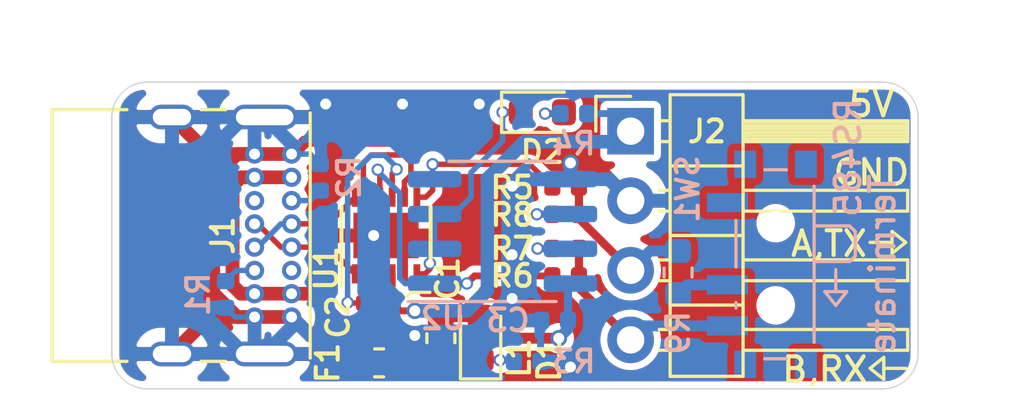
<source format=kicad_pcb>
(kicad_pcb (version 20171130) (host pcbnew "(5.1.4)-1")

  (general
    (thickness 1.6)
    (drawings 34)
    (tracks 213)
    (zones 0)
    (modules 21)
    (nets 21)
  )

  (page A4)
  (layers
    (0 F.Cu signal)
    (31 B.Cu signal)
    (32 B.Adhes user)
    (33 F.Adhes user)
    (34 B.Paste user)
    (35 F.Paste user)
    (36 B.SilkS user)
    (37 F.SilkS user)
    (38 B.Mask user)
    (39 F.Mask user)
    (40 Dwgs.User user)
    (41 Cmts.User user)
    (42 Eco1.User user)
    (43 Eco2.User user)
    (44 Edge.Cuts user)
    (45 Margin user)
    (46 B.CrtYd user)
    (47 F.CrtYd user)
    (48 B.Fab user hide)
    (49 F.Fab user hide)
  )

  (setup
    (last_trace_width 0.25)
    (user_trace_width 0.2)
    (user_trace_width 0.3)
    (user_trace_width 0.4)
    (user_trace_width 0.5)
    (trace_clearance 0.2)
    (zone_clearance 0.254)
    (zone_45_only no)
    (trace_min 0.2)
    (via_size 0.8)
    (via_drill 0.4)
    (via_min_size 0.4)
    (via_min_drill 0.3)
    (user_via 0.45 0.3)
    (user_via 0.6 0.4)
    (uvia_size 0.3)
    (uvia_drill 0.1)
    (uvias_allowed no)
    (uvia_min_size 0.2)
    (uvia_min_drill 0.1)
    (edge_width 0.05)
    (segment_width 0.2)
    (pcb_text_width 0.3)
    (pcb_text_size 1.5 1.5)
    (mod_edge_width 0.12)
    (mod_text_size 1 1)
    (mod_text_width 0.15)
    (pad_size 1.524 1.524)
    (pad_drill 0.762)
    (pad_to_mask_clearance 0.051)
    (solder_mask_min_width 0.25)
    (aux_axis_origin 124 94.6)
    (grid_origin 124 94.6)
    (visible_elements 7FFFFFFF)
    (pcbplotparams
      (layerselection 0x010fc_ffffffff)
      (usegerberextensions false)
      (usegerberattributes false)
      (usegerberadvancedattributes false)
      (creategerberjobfile false)
      (excludeedgelayer true)
      (linewidth 0.100000)
      (plotframeref false)
      (viasonmask false)
      (mode 1)
      (useauxorigin false)
      (hpglpennumber 1)
      (hpglpenspeed 20)
      (hpglpendiameter 15.000000)
      (psnegative false)
      (psa4output false)
      (plotreference true)
      (plotvalue true)
      (plotinvisibletext false)
      (padsonsilk false)
      (subtractmaskfromsilk false)
      (outputformat 1)
      (mirror false)
      (drillshape 1)
      (scaleselection 1)
      (outputdirectory ""))
  )

  (net 0 "")
  (net 1 GND)
  (net 2 "Net-(C1-Pad1)")
  (net 3 "Net-(C2-Pad1)")
  (net 4 "Net-(D2-Pad2)")
  (net 5 "Net-(D2-Pad1)")
  (net 6 "Net-(F1-Pad1)")
  (net 7 "Net-(F1-Pad2)")
  (net 8 "Net-(J1-PadA5)")
  (net 9 "Net-(J1-PadA6)")
  (net 10 "Net-(J1-PadA7)")
  (net 11 "Net-(J1-PadB5)")
  (net 12 "Net-(J2-Pad3)")
  (net 13 "Net-(J2-Pad4)")
  (net 14 "Net-(U1-Pad11)")
  (net 15 "Net-(R5-Pad1)")
  (net 16 "Net-(R6-Pad1)")
  (net 17 "Net-(R7-Pad1)")
  (net 18 "Net-(R8-Pad1)")
  (net 19 "Net-(R9-Pad2)")
  (net 20 "Net-(D1-Pad1)")

  (net_class Default "これはデフォルトのネット クラスです。"
    (clearance 0.2)
    (trace_width 0.25)
    (via_dia 0.8)
    (via_drill 0.4)
    (uvia_dia 0.3)
    (uvia_drill 0.1)
    (add_net GND)
    (add_net "Net-(C1-Pad1)")
    (add_net "Net-(C2-Pad1)")
    (add_net "Net-(D1-Pad1)")
    (add_net "Net-(D2-Pad1)")
    (add_net "Net-(D2-Pad2)")
    (add_net "Net-(F1-Pad1)")
    (add_net "Net-(F1-Pad2)")
    (add_net "Net-(J1-PadA5)")
    (add_net "Net-(J1-PadA6)")
    (add_net "Net-(J1-PadA7)")
    (add_net "Net-(J1-PadB5)")
    (add_net "Net-(J2-Pad3)")
    (add_net "Net-(J2-Pad4)")
    (add_net "Net-(R5-Pad1)")
    (add_net "Net-(R6-Pad1)")
    (add_net "Net-(R7-Pad1)")
    (add_net "Net-(R8-Pad1)")
    (add_net "Net-(R9-Pad2)")
    (add_net "Net-(U1-Pad11)")
  )

  (module Connector_PinHeader_2.54mm:PinHeader_1x04_P2.54mm_Horizontal (layer F.Cu) (tedit 59FED5CB) (tstamp 5D2CAB82)
    (at 142.92 85.19)
    (descr "Through hole angled pin header, 1x04, 2.54mm pitch, 6mm pin length, single row")
    (tags "Through hole angled pin header THT 1x04 2.54mm single row")
    (path /5D2D6E34)
    (fp_text reference J2 (at 2.78 0.01) (layer F.SilkS)
      (effects (font (size 0.8 0.8) (thickness 0.15)))
    )
    (fp_text value Conn_01x04 (at 4.385 9.89) (layer F.Fab)
      (effects (font (size 1 1) (thickness 0.15)))
    )
    (fp_line (start 2.135 -1.27) (end 4.04 -1.27) (layer F.Fab) (width 0.1))
    (fp_line (start 4.04 -1.27) (end 4.04 8.89) (layer F.Fab) (width 0.1))
    (fp_line (start 4.04 8.89) (end 1.5 8.89) (layer F.Fab) (width 0.1))
    (fp_line (start 1.5 8.89) (end 1.5 -0.635) (layer F.Fab) (width 0.1))
    (fp_line (start 1.5 -0.635) (end 2.135 -1.27) (layer F.Fab) (width 0.1))
    (fp_line (start -0.32 -0.32) (end 1.5 -0.32) (layer F.Fab) (width 0.1))
    (fp_line (start -0.32 -0.32) (end -0.32 0.32) (layer F.Fab) (width 0.1))
    (fp_line (start -0.32 0.32) (end 1.5 0.32) (layer F.Fab) (width 0.1))
    (fp_line (start 4.04 -0.32) (end 10.04 -0.32) (layer F.Fab) (width 0.1))
    (fp_line (start 10.04 -0.32) (end 10.04 0.32) (layer F.Fab) (width 0.1))
    (fp_line (start 4.04 0.32) (end 10.04 0.32) (layer F.Fab) (width 0.1))
    (fp_line (start -0.32 2.22) (end 1.5 2.22) (layer F.Fab) (width 0.1))
    (fp_line (start -0.32 2.22) (end -0.32 2.86) (layer F.Fab) (width 0.1))
    (fp_line (start -0.32 2.86) (end 1.5 2.86) (layer F.Fab) (width 0.1))
    (fp_line (start 4.04 2.22) (end 10.04 2.22) (layer F.Fab) (width 0.1))
    (fp_line (start 10.04 2.22) (end 10.04 2.86) (layer F.Fab) (width 0.1))
    (fp_line (start 4.04 2.86) (end 10.04 2.86) (layer F.Fab) (width 0.1))
    (fp_line (start -0.32 4.76) (end 1.5 4.76) (layer F.Fab) (width 0.1))
    (fp_line (start -0.32 4.76) (end -0.32 5.4) (layer F.Fab) (width 0.1))
    (fp_line (start -0.32 5.4) (end 1.5 5.4) (layer F.Fab) (width 0.1))
    (fp_line (start 4.04 4.76) (end 10.04 4.76) (layer F.Fab) (width 0.1))
    (fp_line (start 10.04 4.76) (end 10.04 5.4) (layer F.Fab) (width 0.1))
    (fp_line (start 4.04 5.4) (end 10.04 5.4) (layer F.Fab) (width 0.1))
    (fp_line (start -0.32 7.3) (end 1.5 7.3) (layer F.Fab) (width 0.1))
    (fp_line (start -0.32 7.3) (end -0.32 7.94) (layer F.Fab) (width 0.1))
    (fp_line (start -0.32 7.94) (end 1.5 7.94) (layer F.Fab) (width 0.1))
    (fp_line (start 4.04 7.3) (end 10.04 7.3) (layer F.Fab) (width 0.1))
    (fp_line (start 10.04 7.3) (end 10.04 7.94) (layer F.Fab) (width 0.1))
    (fp_line (start 4.04 7.94) (end 10.04 7.94) (layer F.Fab) (width 0.1))
    (fp_line (start 1.44 -1.33) (end 1.44 8.95) (layer F.SilkS) (width 0.12))
    (fp_line (start 1.44 8.95) (end 4.1 8.95) (layer F.SilkS) (width 0.12))
    (fp_line (start 4.1 8.95) (end 4.1 -1.33) (layer F.SilkS) (width 0.12))
    (fp_line (start 4.1 -1.33) (end 1.44 -1.33) (layer F.SilkS) (width 0.12))
    (fp_line (start 4.1 -0.38) (end 10.1 -0.38) (layer F.SilkS) (width 0.12))
    (fp_line (start 10.1 -0.38) (end 10.1 0.38) (layer F.SilkS) (width 0.12))
    (fp_line (start 10.1 0.38) (end 4.1 0.38) (layer F.SilkS) (width 0.12))
    (fp_line (start 4.1 -0.32) (end 10.1 -0.32) (layer F.SilkS) (width 0.12))
    (fp_line (start 4.1 -0.2) (end 10.1 -0.2) (layer F.SilkS) (width 0.12))
    (fp_line (start 4.1 -0.08) (end 10.1 -0.08) (layer F.SilkS) (width 0.12))
    (fp_line (start 4.1 0.04) (end 10.1 0.04) (layer F.SilkS) (width 0.12))
    (fp_line (start 4.1 0.16) (end 10.1 0.16) (layer F.SilkS) (width 0.12))
    (fp_line (start 4.1 0.28) (end 10.1 0.28) (layer F.SilkS) (width 0.12))
    (fp_line (start 1.11 -0.38) (end 1.44 -0.38) (layer F.SilkS) (width 0.12))
    (fp_line (start 1.11 0.38) (end 1.44 0.38) (layer F.SilkS) (width 0.12))
    (fp_line (start 1.44 1.27) (end 4.1 1.27) (layer F.SilkS) (width 0.12))
    (fp_line (start 4.1 2.16) (end 10.1 2.16) (layer F.SilkS) (width 0.12))
    (fp_line (start 10.1 2.16) (end 10.1 2.92) (layer F.SilkS) (width 0.12))
    (fp_line (start 10.1 2.92) (end 4.1 2.92) (layer F.SilkS) (width 0.12))
    (fp_line (start 1.042929 2.16) (end 1.44 2.16) (layer F.SilkS) (width 0.12))
    (fp_line (start 1.042929 2.92) (end 1.44 2.92) (layer F.SilkS) (width 0.12))
    (fp_line (start 1.44 3.81) (end 4.1 3.81) (layer F.SilkS) (width 0.12))
    (fp_line (start 4.1 4.7) (end 10.1 4.7) (layer F.SilkS) (width 0.12))
    (fp_line (start 10.1 4.7) (end 10.1 5.46) (layer F.SilkS) (width 0.12))
    (fp_line (start 10.1 5.46) (end 4.1 5.46) (layer F.SilkS) (width 0.12))
    (fp_line (start 1.042929 4.7) (end 1.44 4.7) (layer F.SilkS) (width 0.12))
    (fp_line (start 1.042929 5.46) (end 1.44 5.46) (layer F.SilkS) (width 0.12))
    (fp_line (start 1.44 6.35) (end 4.1 6.35) (layer F.SilkS) (width 0.12))
    (fp_line (start 4.1 7.24) (end 10.1 7.24) (layer F.SilkS) (width 0.12))
    (fp_line (start 10.1 7.24) (end 10.1 8) (layer F.SilkS) (width 0.12))
    (fp_line (start 10.1 8) (end 4.1 8) (layer F.SilkS) (width 0.12))
    (fp_line (start 1.042929 7.24) (end 1.44 7.24) (layer F.SilkS) (width 0.12))
    (fp_line (start 1.042929 8) (end 1.44 8) (layer F.SilkS) (width 0.12))
    (fp_line (start -1.27 0) (end -1.27 -1.27) (layer F.SilkS) (width 0.12))
    (fp_line (start -1.27 -1.27) (end 0 -1.27) (layer F.SilkS) (width 0.12))
    (fp_line (start -1.8 -1.8) (end -1.8 9.4) (layer F.CrtYd) (width 0.05))
    (fp_line (start -1.8 9.4) (end 10.55 9.4) (layer F.CrtYd) (width 0.05))
    (fp_line (start 10.55 9.4) (end 10.55 -1.8) (layer F.CrtYd) (width 0.05))
    (fp_line (start 10.55 -1.8) (end -1.8 -1.8) (layer F.CrtYd) (width 0.05))
    (fp_text user %R (at 2.77 3.81 90) (layer F.Fab)
      (effects (font (size 1 1) (thickness 0.15)))
    )
    (pad 1 thru_hole rect (at 0 0) (size 1.7 1.7) (drill 1) (layers *.Cu *.Mask)
      (net 2 "Net-(C1-Pad1)"))
    (pad 2 thru_hole oval (at 0 2.54) (size 1.7 1.7) (drill 1) (layers *.Cu *.Mask)
      (net 1 GND))
    (pad 3 thru_hole oval (at 0 5.08) (size 1.7 1.7) (drill 1) (layers *.Cu *.Mask)
      (net 12 "Net-(J2-Pad3)"))
    (pad 4 thru_hole oval (at 0 7.62) (size 1.7 1.7) (drill 1) (layers *.Cu *.Mask)
      (net 13 "Net-(J2-Pad4)"))
    (model ${KISYS3DMOD}/Connector_PinHeader_2.54mm.3dshapes/PinHeader_1x04_P2.54mm_Horizontal.wrl
      (at (xyz 0 0 0))
      (scale (xyz 1 1 1))
      (rotate (xyz 0 0 0))
    )
  )

  (module Resistor_SMD:R_0402_1005Metric (layer B.Cu) (tedit 5B301BBD) (tstamp 5D2C9212)
    (at 131.6 86.875 90)
    (descr "Resistor SMD 0402 (1005 Metric), square (rectangular) end terminal, IPC_7351 nominal, (Body size source: http://www.tortai-tech.com/upload/download/2011102023233369053.pdf), generated with kicad-footprint-generator")
    (tags resistor)
    (path /5D2C99B2)
    (attr smd)
    (fp_text reference R2 (at 0 1.05 90) (layer B.SilkS)
      (effects (font (size 0.8 0.8) (thickness 0.15)) (justify mirror))
    )
    (fp_text value 5.1k (at 0 -1.17 90) (layer B.Fab)
      (effects (font (size 1 1) (thickness 0.15)) (justify mirror))
    )
    (fp_text user %R (at 0 0 90) (layer B.Fab)
      (effects (font (size 0.25 0.25) (thickness 0.04)) (justify mirror))
    )
    (fp_line (start 0.93 -0.47) (end -0.93 -0.47) (layer B.CrtYd) (width 0.05))
    (fp_line (start 0.93 0.47) (end 0.93 -0.47) (layer B.CrtYd) (width 0.05))
    (fp_line (start -0.93 0.47) (end 0.93 0.47) (layer B.CrtYd) (width 0.05))
    (fp_line (start -0.93 -0.47) (end -0.93 0.47) (layer B.CrtYd) (width 0.05))
    (fp_line (start 0.5 -0.25) (end -0.5 -0.25) (layer B.Fab) (width 0.1))
    (fp_line (start 0.5 0.25) (end 0.5 -0.25) (layer B.Fab) (width 0.1))
    (fp_line (start -0.5 0.25) (end 0.5 0.25) (layer B.Fab) (width 0.1))
    (fp_line (start -0.5 -0.25) (end -0.5 0.25) (layer B.Fab) (width 0.1))
    (pad 2 smd roundrect (at 0.485 0 90) (size 0.59 0.64) (layers B.Cu B.Paste B.Mask) (roundrect_rratio 0.25)
      (net 1 GND))
    (pad 1 smd roundrect (at -0.485 0 90) (size 0.59 0.64) (layers B.Cu B.Paste B.Mask) (roundrect_rratio 0.25)
      (net 8 "Net-(J1-PadA5)"))
    (model ${KISYS3DMOD}/Resistor_SMD.3dshapes/R_0402_1005Metric.wrl
      (at (xyz 0 0 0))
      (scale (xyz 1 1 1))
      (rotate (xyz 0 0 0))
    )
  )

  (module Capacitor_SMD:C_0402_1005Metric (layer F.Cu) (tedit 5B301BBE) (tstamp 5D2C9127)
    (at 134.225 91.95 270)
    (descr "Capacitor SMD 0402 (1005 Metric), square (rectangular) end terminal, IPC_7351 nominal, (Body size source: http://www.tortai-tech.com/upload/download/2011102023233369053.pdf), generated with kicad-footprint-generator")
    (tags capacitor)
    (path /5D2E53A4)
    (attr smd)
    (fp_text reference C1 (at -1.375 -2.025 270) (layer F.SilkS)
      (effects (font (size 0.8 0.8) (thickness 0.15)))
    )
    (fp_text value 0.1u (at 0 1.17 270) (layer F.Fab)
      (effects (font (size 1 1) (thickness 0.15)))
    )
    (fp_text user %R (at 0 0 270) (layer F.Fab)
      (effects (font (size 0.25 0.25) (thickness 0.04)))
    )
    (fp_line (start 0.93 0.47) (end -0.93 0.47) (layer F.CrtYd) (width 0.05))
    (fp_line (start 0.93 -0.47) (end 0.93 0.47) (layer F.CrtYd) (width 0.05))
    (fp_line (start -0.93 -0.47) (end 0.93 -0.47) (layer F.CrtYd) (width 0.05))
    (fp_line (start -0.93 0.47) (end -0.93 -0.47) (layer F.CrtYd) (width 0.05))
    (fp_line (start 0.5 0.25) (end -0.5 0.25) (layer F.Fab) (width 0.1))
    (fp_line (start 0.5 -0.25) (end 0.5 0.25) (layer F.Fab) (width 0.1))
    (fp_line (start -0.5 -0.25) (end 0.5 -0.25) (layer F.Fab) (width 0.1))
    (fp_line (start -0.5 0.25) (end -0.5 -0.25) (layer F.Fab) (width 0.1))
    (pad 2 smd roundrect (at 0.485 0 270) (size 0.59 0.64) (layers F.Cu F.Paste F.Mask) (roundrect_rratio 0.25)
      (net 1 GND))
    (pad 1 smd roundrect (at -0.485 0 270) (size 0.59 0.64) (layers F.Cu F.Paste F.Mask) (roundrect_rratio 0.25)
      (net 2 "Net-(C1-Pad1)"))
    (model ${KISYS3DMOD}/Capacitor_SMD.3dshapes/C_0402_1005Metric.wrl
      (at (xyz 0 0 0))
      (scale (xyz 1 1 1))
      (rotate (xyz 0 0 0))
    )
  )

  (module Capacitor_SMD:C_0402_1005Metric (layer F.Cu) (tedit 5B301BBE) (tstamp 5D2C9B12)
    (at 133.225 91.95 270)
    (descr "Capacitor SMD 0402 (1005 Metric), square (rectangular) end terminal, IPC_7351 nominal, (Body size source: http://www.tortai-tech.com/upload/download/2011102023233369053.pdf), generated with kicad-footprint-generator")
    (tags capacitor)
    (path /5D2E0AC8)
    (attr smd)
    (fp_text reference C2 (at 0.025 0.975 270) (layer F.SilkS)
      (effects (font (size 0.8 0.8) (thickness 0.15)))
    )
    (fp_text value 0.1u (at 0 1.17 270) (layer F.Fab)
      (effects (font (size 1 1) (thickness 0.15)))
    )
    (fp_line (start -0.5 0.25) (end -0.5 -0.25) (layer F.Fab) (width 0.1))
    (fp_line (start -0.5 -0.25) (end 0.5 -0.25) (layer F.Fab) (width 0.1))
    (fp_line (start 0.5 -0.25) (end 0.5 0.25) (layer F.Fab) (width 0.1))
    (fp_line (start 0.5 0.25) (end -0.5 0.25) (layer F.Fab) (width 0.1))
    (fp_line (start -0.93 0.47) (end -0.93 -0.47) (layer F.CrtYd) (width 0.05))
    (fp_line (start -0.93 -0.47) (end 0.93 -0.47) (layer F.CrtYd) (width 0.05))
    (fp_line (start 0.93 -0.47) (end 0.93 0.47) (layer F.CrtYd) (width 0.05))
    (fp_line (start 0.93 0.47) (end -0.93 0.47) (layer F.CrtYd) (width 0.05))
    (fp_text user %R (at 0 0 270) (layer F.Fab)
      (effects (font (size 0.25 0.25) (thickness 0.04)))
    )
    (pad 1 smd roundrect (at -0.485 0 270) (size 0.59 0.64) (layers F.Cu F.Paste F.Mask) (roundrect_rratio 0.25)
      (net 3 "Net-(C2-Pad1)"))
    (pad 2 smd roundrect (at 0.485 0 270) (size 0.59 0.64) (layers F.Cu F.Paste F.Mask) (roundrect_rratio 0.25)
      (net 1 GND))
    (model ${KISYS3DMOD}/Capacitor_SMD.3dshapes/C_0402_1005Metric.wrl
      (at (xyz 0 0 0))
      (scale (xyz 1 1 1))
      (rotate (xyz 0 0 0))
    )
  )

  (module LED_SMD:LED_0603_1608Metric (layer F.Cu) (tedit 5B301BBE) (tstamp 5D33B878)
    (at 137.45 92.75 90)
    (descr "LED SMD 0603 (1608 Metric), square (rectangular) end terminal, IPC_7351 nominal, (Body size source: http://www.tortai-tech.com/upload/download/2011102023233369053.pdf), generated with kicad-footprint-generator")
    (tags diode)
    (path /5D2EB193)
    (attr smd)
    (fp_text reference D1 (at -0.8 2.5 90) (layer F.SilkS)
      (effects (font (size 0.8 0.8) (thickness 0.15)))
    )
    (fp_text value LED (at 0 1.43 90) (layer F.Fab)
      (effects (font (size 1 1) (thickness 0.15)))
    )
    (fp_line (start 0.8 -0.4) (end -0.5 -0.4) (layer F.Fab) (width 0.1))
    (fp_line (start -0.5 -0.4) (end -0.8 -0.1) (layer F.Fab) (width 0.1))
    (fp_line (start -0.8 -0.1) (end -0.8 0.4) (layer F.Fab) (width 0.1))
    (fp_line (start -0.8 0.4) (end 0.8 0.4) (layer F.Fab) (width 0.1))
    (fp_line (start 0.8 0.4) (end 0.8 -0.4) (layer F.Fab) (width 0.1))
    (fp_line (start 0.8 -0.735) (end -1.485 -0.735) (layer F.SilkS) (width 0.12))
    (fp_line (start -1.485 -0.735) (end -1.485 0.735) (layer F.SilkS) (width 0.12))
    (fp_line (start -1.485 0.735) (end 0.8 0.735) (layer F.SilkS) (width 0.12))
    (fp_line (start -1.48 0.73) (end -1.48 -0.73) (layer F.CrtYd) (width 0.05))
    (fp_line (start -1.48 -0.73) (end 1.48 -0.73) (layer F.CrtYd) (width 0.05))
    (fp_line (start 1.48 -0.73) (end 1.48 0.73) (layer F.CrtYd) (width 0.05))
    (fp_line (start 1.48 0.73) (end -1.48 0.73) (layer F.CrtYd) (width 0.05))
    (fp_text user %R (at 0 0 90) (layer F.Fab)
      (effects (font (size 0.4 0.4) (thickness 0.06)))
    )
    (pad 1 smd roundrect (at -0.7875 0 90) (size 0.875 0.95) (layers F.Cu F.Paste F.Mask) (roundrect_rratio 0.25)
      (net 20 "Net-(D1-Pad1)"))
    (pad 2 smd roundrect (at 0.7875 0 90) (size 0.875 0.95) (layers F.Cu F.Paste F.Mask) (roundrect_rratio 0.25)
      (net 2 "Net-(C1-Pad1)"))
    (model ${KISYS3DMOD}/LED_SMD.3dshapes/LED_0603_1608Metric.wrl
      (at (xyz 0 0 0))
      (scale (xyz 1 1 1))
      (rotate (xyz 0 0 0))
    )
  )

  (module LED_SMD:LED_0603_1608Metric (layer F.Cu) (tedit 5B301BBE) (tstamp 5D2C915C)
    (at 139.7 84.5)
    (descr "LED SMD 0603 (1608 Metric), square (rectangular) end terminal, IPC_7351 nominal, (Body size source: http://www.tortai-tech.com/upload/download/2011102023233369053.pdf), generated with kicad-footprint-generator")
    (tags diode)
    (path /5D2EDF49)
    (attr smd)
    (fp_text reference D2 (at 0 1.45) (layer F.SilkS)
      (effects (font (size 0.8 0.8) (thickness 0.15)))
    )
    (fp_text value LED (at 0 1.43) (layer F.Fab)
      (effects (font (size 1 1) (thickness 0.15)))
    )
    (fp_text user %R (at 0 0) (layer F.Fab)
      (effects (font (size 0.4 0.4) (thickness 0.06)))
    )
    (fp_line (start 1.48 0.73) (end -1.48 0.73) (layer F.CrtYd) (width 0.05))
    (fp_line (start 1.48 -0.73) (end 1.48 0.73) (layer F.CrtYd) (width 0.05))
    (fp_line (start -1.48 -0.73) (end 1.48 -0.73) (layer F.CrtYd) (width 0.05))
    (fp_line (start -1.48 0.73) (end -1.48 -0.73) (layer F.CrtYd) (width 0.05))
    (fp_line (start -1.485 0.735) (end 0.8 0.735) (layer F.SilkS) (width 0.12))
    (fp_line (start -1.485 -0.735) (end -1.485 0.735) (layer F.SilkS) (width 0.12))
    (fp_line (start 0.8 -0.735) (end -1.485 -0.735) (layer F.SilkS) (width 0.12))
    (fp_line (start 0.8 0.4) (end 0.8 -0.4) (layer F.Fab) (width 0.1))
    (fp_line (start -0.8 0.4) (end 0.8 0.4) (layer F.Fab) (width 0.1))
    (fp_line (start -0.8 -0.1) (end -0.8 0.4) (layer F.Fab) (width 0.1))
    (fp_line (start -0.5 -0.4) (end -0.8 -0.1) (layer F.Fab) (width 0.1))
    (fp_line (start 0.8 -0.4) (end -0.5 -0.4) (layer F.Fab) (width 0.1))
    (pad 2 smd roundrect (at 0.7875 0) (size 0.875 0.95) (layers F.Cu F.Paste F.Mask) (roundrect_rratio 0.25)
      (net 4 "Net-(D2-Pad2)"))
    (pad 1 smd roundrect (at -0.7875 0) (size 0.875 0.95) (layers F.Cu F.Paste F.Mask) (roundrect_rratio 0.25)
      (net 5 "Net-(D2-Pad1)"))
    (model ${KISYS3DMOD}/LED_SMD.3dshapes/LED_0603_1608Metric.wrl
      (at (xyz 0 0 0))
      (scale (xyz 1 1 1))
      (rotate (xyz 0 0 0))
    )
  )

  (module Fuse:Fuse_0603_1608Metric (layer F.Cu) (tedit 5B301BBE) (tstamp 5D2C916D)
    (at 133.75 93.65 180)
    (descr "Fuse SMD 0603 (1608 Metric), square (rectangular) end terminal, IPC_7351 nominal, (Body size source: http://www.tortai-tech.com/upload/download/2011102023233369053.pdf), generated with kicad-footprint-generator")
    (tags resistor)
    (path /5D2DAB2A)
    (attr smd)
    (fp_text reference F1 (at 1.875 0 270) (layer F.SilkS)
      (effects (font (size 0.8 0.8) (thickness 0.15)))
    )
    (fp_text value Fuse (at 0 1.43 180) (layer F.Fab)
      (effects (font (size 1 1) (thickness 0.15)))
    )
    (fp_line (start -0.8 0.4) (end -0.8 -0.4) (layer F.Fab) (width 0.1))
    (fp_line (start -0.8 -0.4) (end 0.8 -0.4) (layer F.Fab) (width 0.1))
    (fp_line (start 0.8 -0.4) (end 0.8 0.4) (layer F.Fab) (width 0.1))
    (fp_line (start 0.8 0.4) (end -0.8 0.4) (layer F.Fab) (width 0.1))
    (fp_line (start -0.162779 -0.51) (end 0.162779 -0.51) (layer F.SilkS) (width 0.12))
    (fp_line (start -0.162779 0.51) (end 0.162779 0.51) (layer F.SilkS) (width 0.12))
    (fp_line (start -1.48 0.73) (end -1.48 -0.73) (layer F.CrtYd) (width 0.05))
    (fp_line (start -1.48 -0.73) (end 1.48 -0.73) (layer F.CrtYd) (width 0.05))
    (fp_line (start 1.48 -0.73) (end 1.48 0.73) (layer F.CrtYd) (width 0.05))
    (fp_line (start 1.48 0.73) (end -1.48 0.73) (layer F.CrtYd) (width 0.05))
    (fp_text user %R (at 0 0 180) (layer F.Fab)
      (effects (font (size 0.4 0.4) (thickness 0.06)))
    )
    (pad 1 smd roundrect (at -0.7875 0 180) (size 0.875 0.95) (layers F.Cu F.Paste F.Mask) (roundrect_rratio 0.25)
      (net 6 "Net-(F1-Pad1)"))
    (pad 2 smd roundrect (at 0.7875 0 180) (size 0.875 0.95) (layers F.Cu F.Paste F.Mask) (roundrect_rratio 0.25)
      (net 7 "Net-(F1-Pad2)"))
    (model ${KISYS3DMOD}/Fuse.3dshapes/Fuse_0603_1608Metric.wrl
      (at (xyz 0 0 0))
      (scale (xyz 1 1 1))
      (rotate (xyz 0 0 0))
    )
  )

  (module Connector_USB:USB_C_Receptacle_GCT_USB4085 (layer F.Cu) (tedit 5BCCCD93) (tstamp 5D32AE3E)
    (at 130.556 86.025 270)
    (descr "USB 2.0 Type C Receptacle, https://gct.co/Files/Drawings/USB4085.pdf")
    (tags "USB Type-C Receptacle Through-hole Right angle")
    (path /5D2CD4DF)
    (fp_text reference J1 (at 2.975 2.506 90) (layer F.SilkS)
      (effects (font (size 0.8 0.8) (thickness 0.15)))
    )
    (fp_text value USB_C_Receptacle_USB2.0 (at 2.975 9.925 270) (layer F.Fab)
      (effects (font (size 1 1) (thickness 0.15)))
    )
    (fp_line (start -1.5 -0.56) (end 7.45 -0.56) (layer F.Fab) (width 0.1))
    (fp_line (start -1.5 8.61) (end 7.45 8.61) (layer F.Fab) (width 0.1))
    (fp_line (start -1.62 8.73) (end 7.57 8.73) (layer F.SilkS) (width 0.12))
    (fp_line (start -1.5 -0.68) (end 7.45 -0.68) (layer F.SilkS) (width 0.12))
    (fp_line (start -1.5 -0.56) (end -1.5 8.61) (layer F.Fab) (width 0.1))
    (fp_line (start 7.45 -0.56) (end 7.45 8.61) (layer F.Fab) (width 0.1))
    (fp_line (start 7.57 6) (end 7.57 8.73) (layer F.SilkS) (width 0.12))
    (fp_line (start -1.62 6) (end -1.62 8.73) (layer F.SilkS) (width 0.12))
    (fp_line (start 7.57 2.4) (end 7.57 3.3) (layer F.SilkS) (width 0.12))
    (fp_line (start -1.62 2.4) (end -1.62 3.3) (layer F.SilkS) (width 0.12))
    (fp_line (start -2.3 -1.06) (end -2.3 9.11) (layer F.CrtYd) (width 0.05))
    (fp_line (start -2.3 9.11) (end 8.25 9.11) (layer F.CrtYd) (width 0.05))
    (fp_line (start -2.3 -1.06) (end 8.25 -1.06) (layer F.CrtYd) (width 0.05))
    (fp_line (start 8.25 -1.06) (end 8.25 9.11) (layer F.CrtYd) (width 0.05))
    (fp_line (start -0.025 6.1) (end 5.975 6.1) (layer F.Fab) (width 0.1))
    (fp_text user "PCB Edge" (at 2.975 6.1 270) (layer Dwgs.User)
      (effects (font (size 0.5 0.5) (thickness 0.1)))
    )
    (fp_text user %R (at 2.975 4.025 270) (layer F.Fab)
      (effects (font (size 1 1) (thickness 0.15)))
    )
    (pad A1 thru_hole circle (at 0 0 270) (size 0.7 0.7) (drill 0.4) (layers *.Cu *.Mask)
      (net 1 GND))
    (pad A4 thru_hole circle (at 0.85 0 270) (size 0.7 0.7) (drill 0.4) (layers *.Cu *.Mask)
      (net 7 "Net-(F1-Pad2)"))
    (pad A5 thru_hole circle (at 1.7 0 270) (size 0.7 0.7) (drill 0.4) (layers *.Cu *.Mask)
      (net 8 "Net-(J1-PadA5)"))
    (pad A6 thru_hole circle (at 2.55 0 270) (size 0.7 0.7) (drill 0.4) (layers *.Cu *.Mask)
      (net 9 "Net-(J1-PadA6)"))
    (pad A7 thru_hole circle (at 3.4 0 270) (size 0.7 0.7) (drill 0.4) (layers *.Cu *.Mask)
      (net 10 "Net-(J1-PadA7)"))
    (pad A8 thru_hole circle (at 4.25 0 270) (size 0.7 0.7) (drill 0.4) (layers *.Cu *.Mask))
    (pad A9 thru_hole circle (at 5.1 0 270) (size 0.7 0.7) (drill 0.4) (layers *.Cu *.Mask)
      (net 7 "Net-(F1-Pad2)"))
    (pad A12 thru_hole circle (at 5.95 0 270) (size 0.7 0.7) (drill 0.4) (layers *.Cu *.Mask)
      (net 1 GND))
    (pad B9 thru_hole circle (at 0.85 1.35 270) (size 0.7 0.7) (drill 0.4) (layers *.Cu *.Mask)
      (net 7 "Net-(F1-Pad2)"))
    (pad B7 thru_hole circle (at 2.55 1.35 270) (size 0.7 0.7) (drill 0.4) (layers *.Cu *.Mask)
      (net 10 "Net-(J1-PadA7)"))
    (pad B8 thru_hole circle (at 1.7 1.35 270) (size 0.7 0.7) (drill 0.4) (layers *.Cu *.Mask))
    (pad B12 thru_hole circle (at 0 1.35 270) (size 0.7 0.7) (drill 0.4) (layers *.Cu *.Mask)
      (net 1 GND))
    (pad B5 thru_hole circle (at 4.25 1.35 270) (size 0.7 0.7) (drill 0.4) (layers *.Cu *.Mask)
      (net 11 "Net-(J1-PadB5)"))
    (pad B4 thru_hole circle (at 5.1 1.35 270) (size 0.7 0.7) (drill 0.4) (layers *.Cu *.Mask)
      (net 7 "Net-(F1-Pad2)"))
    (pad B1 thru_hole circle (at 5.95 1.35 270) (size 0.7 0.7) (drill 0.4) (layers *.Cu *.Mask)
      (net 1 GND))
    (pad B6 thru_hole circle (at 3.4 1.35 270) (size 0.7 0.7) (drill 0.4) (layers *.Cu *.Mask)
      (net 9 "Net-(J1-PadA6)"))
    (pad S1 thru_hole oval (at -1.35 0.98 270) (size 0.9 2.4) (drill oval 0.6 2.1) (layers *.Cu *.Mask)
      (net 1 GND))
    (pad S1 thru_hole oval (at 7.3 0.98 270) (size 0.9 2.4) (drill oval 0.6 2.1) (layers *.Cu *.Mask)
      (net 1 GND))
    (pad S1 thru_hole oval (at -1.35 4.36 270) (size 0.9 1.7) (drill oval 0.6 1.4) (layers *.Cu *.Mask)
      (net 1 GND))
    (pad S1 thru_hole oval (at 7.3 4.36 270) (size 0.9 1.7) (drill oval 0.6 1.4) (layers *.Cu *.Mask)
      (net 1 GND))
    (model ${KISYS3DMOD}/Connector_USB.3dshapes/USB_C_Receptacle_GCT_USB4085.wrl
      (at (xyz 0 0 0))
      (scale (xyz 1 1 1))
      (rotate (xyz 0 0 0))
    )
  )

  (module Inductor_SMD:L_0603_1608Metric (layer F.Cu) (tedit 5B301BBE) (tstamp 5D2C91F4)
    (at 136 92.75 90)
    (descr "Inductor SMD 0603 (1608 Metric), square (rectangular) end terminal, IPC_7351 nominal, (Body size source: http://www.tortai-tech.com/upload/download/2011102023233369053.pdf), generated with kicad-footprint-generator")
    (tags inductor)
    (path /5D2DBEA1)
    (attr smd)
    (fp_text reference L1 (at -0.725 2.85 90) (layer F.SilkS)
      (effects (font (size 0.8 0.8) (thickness 0.15)))
    )
    (fp_text value L (at 0 1.43 90) (layer F.Fab)
      (effects (font (size 1 1) (thickness 0.15)))
    )
    (fp_line (start -0.8 0.4) (end -0.8 -0.4) (layer F.Fab) (width 0.1))
    (fp_line (start -0.8 -0.4) (end 0.8 -0.4) (layer F.Fab) (width 0.1))
    (fp_line (start 0.8 -0.4) (end 0.8 0.4) (layer F.Fab) (width 0.1))
    (fp_line (start 0.8 0.4) (end -0.8 0.4) (layer F.Fab) (width 0.1))
    (fp_line (start -0.162779 -0.51) (end 0.162779 -0.51) (layer F.SilkS) (width 0.12))
    (fp_line (start -0.162779 0.51) (end 0.162779 0.51) (layer F.SilkS) (width 0.12))
    (fp_line (start -1.48 0.73) (end -1.48 -0.73) (layer F.CrtYd) (width 0.05))
    (fp_line (start -1.48 -0.73) (end 1.48 -0.73) (layer F.CrtYd) (width 0.05))
    (fp_line (start 1.48 -0.73) (end 1.48 0.73) (layer F.CrtYd) (width 0.05))
    (fp_line (start 1.48 0.73) (end -1.48 0.73) (layer F.CrtYd) (width 0.05))
    (fp_text user %R (at -0.315001 0.244999 90) (layer F.Fab)
      (effects (font (size 0.4 0.4) (thickness 0.06)))
    )
    (pad 1 smd roundrect (at -0.7875 0 90) (size 0.875 0.95) (layers F.Cu F.Paste F.Mask) (roundrect_rratio 0.25)
      (net 6 "Net-(F1-Pad1)"))
    (pad 2 smd roundrect (at 0.7875 0 90) (size 0.875 0.95) (layers F.Cu F.Paste F.Mask) (roundrect_rratio 0.25)
      (net 2 "Net-(C1-Pad1)"))
    (model ${KISYS3DMOD}/Inductor_SMD.3dshapes/L_0603_1608Metric.wrl
      (at (xyz 0 0 0))
      (scale (xyz 1 1 1))
      (rotate (xyz 0 0 0))
    )
  )

  (module Resistor_SMD:R_0402_1005Metric (layer B.Cu) (tedit 5B301BBD) (tstamp 5D2C9203)
    (at 128.15 91.15 270)
    (descr "Resistor SMD 0402 (1005 Metric), square (rectangular) end terminal, IPC_7351 nominal, (Body size source: http://www.tortai-tech.com/upload/download/2011102023233369053.pdf), generated with kicad-footprint-generator")
    (tags resistor)
    (path /5D2C9457)
    (attr smd)
    (fp_text reference R1 (at 0 1 90) (layer B.SilkS)
      (effects (font (size 0.8 0.8) (thickness 0.15)) (justify mirror))
    )
    (fp_text value 5.1k (at 0 -1.17 270) (layer B.Fab)
      (effects (font (size 1 1) (thickness 0.15)) (justify mirror))
    )
    (fp_line (start -0.5 -0.25) (end -0.5 0.25) (layer B.Fab) (width 0.1))
    (fp_line (start -0.5 0.25) (end 0.5 0.25) (layer B.Fab) (width 0.1))
    (fp_line (start 0.5 0.25) (end 0.5 -0.25) (layer B.Fab) (width 0.1))
    (fp_line (start 0.5 -0.25) (end -0.5 -0.25) (layer B.Fab) (width 0.1))
    (fp_line (start -0.93 -0.47) (end -0.93 0.47) (layer B.CrtYd) (width 0.05))
    (fp_line (start -0.93 0.47) (end 0.93 0.47) (layer B.CrtYd) (width 0.05))
    (fp_line (start 0.93 0.47) (end 0.93 -0.47) (layer B.CrtYd) (width 0.05))
    (fp_line (start 0.93 -0.47) (end -0.93 -0.47) (layer B.CrtYd) (width 0.05))
    (fp_text user %R (at 0 0 270) (layer B.Fab)
      (effects (font (size 0.25 0.25) (thickness 0.04)) (justify mirror))
    )
    (pad 1 smd roundrect (at -0.485 0 270) (size 0.59 0.64) (layers B.Cu B.Paste B.Mask) (roundrect_rratio 0.25)
      (net 11 "Net-(J1-PadB5)"))
    (pad 2 smd roundrect (at 0.485 0 270) (size 0.59 0.64) (layers B.Cu B.Paste B.Mask) (roundrect_rratio 0.25)
      (net 1 GND))
    (model ${KISYS3DMOD}/Resistor_SMD.3dshapes/R_0402_1005Metric.wrl
      (at (xyz 0 0 0))
      (scale (xyz 1 1 1))
      (rotate (xyz 0 0 0))
    )
  )

  (module Resistor_SMD:R_0402_1005Metric (layer B.Cu) (tedit 5B301BBD) (tstamp 5D33BC27)
    (at 139.15 93.6)
    (descr "Resistor SMD 0402 (1005 Metric), square (rectangular) end terminal, IPC_7351 nominal, (Body size source: http://www.tortai-tech.com/upload/download/2011102023233369053.pdf), generated with kicad-footprint-generator")
    (tags resistor)
    (path /5D2E9D71)
    (attr smd)
    (fp_text reference R3 (at 1.7 0) (layer B.SilkS)
      (effects (font (size 0.8 0.8) (thickness 0.15)) (justify mirror))
    )
    (fp_text value 1k (at 0 -1.17) (layer B.Fab)
      (effects (font (size 1 1) (thickness 0.15)) (justify mirror))
    )
    (fp_line (start -0.5 -0.25) (end -0.5 0.25) (layer B.Fab) (width 0.1))
    (fp_line (start -0.5 0.25) (end 0.5 0.25) (layer B.Fab) (width 0.1))
    (fp_line (start 0.5 0.25) (end 0.5 -0.25) (layer B.Fab) (width 0.1))
    (fp_line (start 0.5 -0.25) (end -0.5 -0.25) (layer B.Fab) (width 0.1))
    (fp_line (start -0.93 -0.47) (end -0.93 0.47) (layer B.CrtYd) (width 0.05))
    (fp_line (start -0.93 0.47) (end 0.93 0.47) (layer B.CrtYd) (width 0.05))
    (fp_line (start 0.93 0.47) (end 0.93 -0.47) (layer B.CrtYd) (width 0.05))
    (fp_line (start 0.93 -0.47) (end -0.93 -0.47) (layer B.CrtYd) (width 0.05))
    (fp_text user %R (at 0 0) (layer B.Fab)
      (effects (font (size 0.25 0.25) (thickness 0.04)) (justify mirror))
    )
    (pad 1 smd roundrect (at -0.485 0) (size 0.59 0.64) (layers B.Cu B.Paste B.Mask) (roundrect_rratio 0.25)
      (net 20 "Net-(D1-Pad1)"))
    (pad 2 smd roundrect (at 0.485 0) (size 0.59 0.64) (layers B.Cu B.Paste B.Mask) (roundrect_rratio 0.25)
      (net 1 GND))
    (model ${KISYS3DMOD}/Resistor_SMD.3dshapes/R_0402_1005Metric.wrl
      (at (xyz 0 0 0))
      (scale (xyz 1 1 1))
      (rotate (xyz 0 0 0))
    )
  )

  (module Resistor_SMD:R_0402_1005Metric (layer B.Cu) (tedit 5B301BBD) (tstamp 5D32D2A1)
    (at 140.85 84.55 180)
    (descr "Resistor SMD 0402 (1005 Metric), square (rectangular) end terminal, IPC_7351 nominal, (Body size source: http://www.tortai-tech.com/upload/download/2011102023233369053.pdf), generated with kicad-footprint-generator")
    (tags resistor)
    (path /5D2EFFEF)
    (attr smd)
    (fp_text reference R4 (at 0 -1.1 180) (layer B.SilkS)
      (effects (font (size 0.8 0.8) (thickness 0.15)) (justify mirror))
    )
    (fp_text value 1k (at 0 -1.17 180) (layer B.Fab)
      (effects (font (size 1 1) (thickness 0.15)) (justify mirror))
    )
    (fp_text user %R (at 0 0 180) (layer B.Fab)
      (effects (font (size 0.25 0.25) (thickness 0.04)) (justify mirror))
    )
    (fp_line (start 0.93 -0.47) (end -0.93 -0.47) (layer B.CrtYd) (width 0.05))
    (fp_line (start 0.93 0.47) (end 0.93 -0.47) (layer B.CrtYd) (width 0.05))
    (fp_line (start -0.93 0.47) (end 0.93 0.47) (layer B.CrtYd) (width 0.05))
    (fp_line (start -0.93 -0.47) (end -0.93 0.47) (layer B.CrtYd) (width 0.05))
    (fp_line (start 0.5 -0.25) (end -0.5 -0.25) (layer B.Fab) (width 0.1))
    (fp_line (start 0.5 0.25) (end 0.5 -0.25) (layer B.Fab) (width 0.1))
    (fp_line (start -0.5 0.25) (end 0.5 0.25) (layer B.Fab) (width 0.1))
    (fp_line (start -0.5 -0.25) (end -0.5 0.25) (layer B.Fab) (width 0.1))
    (pad 2 smd roundrect (at 0.485 0 180) (size 0.59 0.64) (layers B.Cu B.Paste B.Mask) (roundrect_rratio 0.25)
      (net 4 "Net-(D2-Pad2)"))
    (pad 1 smd roundrect (at -0.485 0 180) (size 0.59 0.64) (layers B.Cu B.Paste B.Mask) (roundrect_rratio 0.25)
      (net 2 "Net-(C1-Pad1)"))
    (model ${KISYS3DMOD}/Resistor_SMD.3dshapes/R_0402_1005Metric.wrl
      (at (xyz 0 0 0))
      (scale (xyz 1 1 1))
      (rotate (xyz 0 0 0))
    )
  )

  (module Package_DFN_QFN:DFN-12-1EP_3x3mm_P0.45mm_EP1.66x2.38mm (layer F.Cu) (tedit 5A64C119) (tstamp 5D2C9251)
    (at 134 89 90)
    (descr "DD Package; 12-Lead Plastic DFN (3mm x 3mm) (see Linear Technology DFN_12_05-08-1725.pdf)")
    (tags "DFN 0.45")
    (path /5D2C6E29)
    (attr smd)
    (fp_text reference U1 (at -1.2 -2.175 90) (layer F.SilkS)
      (effects (font (size 0.8 0.8) (thickness 0.15)))
    )
    (fp_text value FT234XD (at 0 2.55 90) (layer F.Fab)
      (effects (font (size 1 1) (thickness 0.15)))
    )
    (fp_text user %R (at 0 0 90) (layer F.Fab)
      (effects (font (size 0.7 0.7) (thickness 0.105)))
    )
    (fp_line (start -0.5 -1.5) (end 1.5 -1.5) (layer F.Fab) (width 0.15))
    (fp_line (start 1.5 -1.5) (end 1.5 1.5) (layer F.Fab) (width 0.15))
    (fp_line (start 1.5 1.5) (end -1.5 1.5) (layer F.Fab) (width 0.15))
    (fp_line (start -1.5 1.5) (end -1.5 -0.5) (layer F.Fab) (width 0.15))
    (fp_line (start -1.5 -0.5) (end -0.5 -1.5) (layer F.Fab) (width 0.15))
    (fp_line (start -2 -1.8) (end -2 1.8) (layer F.CrtYd) (width 0.05))
    (fp_line (start 2 -1.8) (end 2 1.8) (layer F.CrtYd) (width 0.05))
    (fp_line (start -2 -1.8) (end 2 -1.8) (layer F.CrtYd) (width 0.05))
    (fp_line (start -2 1.8) (end 2 1.8) (layer F.CrtYd) (width 0.05))
    (fp_line (start -1.05 1.625) (end 1.05 1.625) (layer F.SilkS) (width 0.15))
    (fp_line (start -1.825 -1.625) (end 1.05 -1.625) (layer F.SilkS) (width 0.15))
    (pad 1 smd rect (at -1.4 -1.125 90) (size 0.7 0.25) (layers F.Cu F.Paste F.Mask)
      (net 10 "Net-(J1-PadA7)"))
    (pad 2 smd rect (at -1.4 -0.675 90) (size 0.7 0.25) (layers F.Cu F.Paste F.Mask)
      (net 3 "Net-(C2-Pad1)"))
    (pad 3 smd rect (at -1.4 -0.225 90) (size 0.7 0.25) (layers F.Cu F.Paste F.Mask)
      (net 3 "Net-(C2-Pad1)"))
    (pad 4 smd rect (at -1.4 0.225 90) (size 0.7 0.25) (layers F.Cu F.Paste F.Mask)
      (net 2 "Net-(C1-Pad1)"))
    (pad 5 smd rect (at -1.4 0.675 90) (size 0.7 0.25) (layers F.Cu F.Paste F.Mask)
      (net 1 GND))
    (pad 6 smd rect (at -1.4 1.125 90) (size 0.7 0.25) (layers F.Cu F.Paste F.Mask)
      (net 5 "Net-(D2-Pad1)"))
    (pad 7 smd rect (at 1.4 1.125 90) (size 0.7 0.25) (layers F.Cu F.Paste F.Mask)
      (net 15 "Net-(R5-Pad1)"))
    (pad 8 smd rect (at 1.4 0.675 90) (size 0.7 0.25) (layers F.Cu F.Paste F.Mask)
      (net 14 "Net-(U1-Pad11)"))
    (pad 9 smd rect (at 1.4 0.225 90) (size 0.7 0.25) (layers F.Cu F.Paste F.Mask)
      (net 3 "Net-(C2-Pad1)"))
    (pad 10 smd rect (at 1.4 -0.225 90) (size 0.7 0.25) (layers F.Cu F.Paste F.Mask)
      (net 16 "Net-(R6-Pad1)"))
    (pad 11 smd rect (at 1.4 -0.675 90) (size 0.7 0.25) (layers F.Cu F.Paste F.Mask)
      (net 14 "Net-(U1-Pad11)"))
    (pad 12 smd rect (at 1.4 -1.125 90) (size 0.7 0.25) (layers F.Cu F.Paste F.Mask)
      (net 9 "Net-(J1-PadA6)"))
    (pad "" smd rect (at 0.415 0.595 90) (size 0.64 1) (layers F.Paste))
    (pad 13 smd rect (at 0 0 90) (size 1.66 2.38) (layers F.Cu F.Mask)
      (net 1 GND))
    (pad "" smd rect (at -0.415 0.595 90) (size 0.64 1) (layers F.Paste))
    (pad "" smd rect (at 0.415 -0.595 90) (size 0.64 1) (layers F.Paste))
    (pad "" smd rect (at -0.415 -0.595 90) (size 0.64 1) (layers F.Paste))
    (model ${KISYS3DMOD}/Package_DFN_QFN.3dshapes/DFN-12-1EP_3x3mm_P0.45mm_EP1.66x2.38mm.wrl
      (at (xyz 0 0 0))
      (scale (xyz 1 1 1))
      (rotate (xyz 0 0 0))
    )
  )

  (module Capacitor_SMD:C_0402_1005Metric (layer B.Cu) (tedit 5B301BBE) (tstamp 5D2CBE12)
    (at 140.15 92.1 180)
    (descr "Capacitor SMD 0402 (1005 Metric), square (rectangular) end terminal, IPC_7351 nominal, (Body size source: http://www.tortai-tech.com/upload/download/2011102023233369053.pdf), generated with kicad-footprint-generator")
    (tags capacitor)
    (path /5D306468)
    (attr smd)
    (fp_text reference C3 (at 1.7 0 180) (layer B.SilkS)
      (effects (font (size 0.8 0.8) (thickness 0.15)) (justify mirror))
    )
    (fp_text value 0.1u (at 0 -1.17 180) (layer B.Fab)
      (effects (font (size 1 1) (thickness 0.15)) (justify mirror))
    )
    (fp_line (start -0.5 -0.25) (end -0.5 0.25) (layer B.Fab) (width 0.1))
    (fp_line (start -0.5 0.25) (end 0.5 0.25) (layer B.Fab) (width 0.1))
    (fp_line (start 0.5 0.25) (end 0.5 -0.25) (layer B.Fab) (width 0.1))
    (fp_line (start 0.5 -0.25) (end -0.5 -0.25) (layer B.Fab) (width 0.1))
    (fp_line (start -0.93 -0.47) (end -0.93 0.47) (layer B.CrtYd) (width 0.05))
    (fp_line (start -0.93 0.47) (end 0.93 0.47) (layer B.CrtYd) (width 0.05))
    (fp_line (start 0.93 0.47) (end 0.93 -0.47) (layer B.CrtYd) (width 0.05))
    (fp_line (start 0.93 -0.47) (end -0.93 -0.47) (layer B.CrtYd) (width 0.05))
    (fp_text user %R (at 0 0 180) (layer B.Fab)
      (effects (font (size 0.25 0.25) (thickness 0.04)) (justify mirror))
    )
    (pad 1 smd roundrect (at -0.485 0 180) (size 0.59 0.64) (layers B.Cu B.Paste B.Mask) (roundrect_rratio 0.25)
      (net 2 "Net-(C1-Pad1)"))
    (pad 2 smd roundrect (at 0.485 0 180) (size 0.59 0.64) (layers B.Cu B.Paste B.Mask) (roundrect_rratio 0.25)
      (net 1 GND))
    (model ${KISYS3DMOD}/Capacitor_SMD.3dshapes/C_0402_1005Metric.wrl
      (at (xyz 0 0 0))
      (scale (xyz 1 1 1))
      (rotate (xyz 0 0 0))
    )
  )

  (module Resistor_SMD:R_0402_1005Metric (layer F.Cu) (tedit 5B301BBD) (tstamp 5D2CB379)
    (at 140.55 87.225)
    (descr "Resistor SMD 0402 (1005 Metric), square (rectangular) end terminal, IPC_7351 nominal, (Body size source: http://www.tortai-tech.com/upload/download/2011102023233369053.pdf), generated with kicad-footprint-generator")
    (tags resistor)
    (path /5D316660)
    (attr smd)
    (fp_text reference R5 (at -1.95 0.025) (layer F.SilkS)
      (effects (font (size 0.8 0.8) (thickness 0.15)))
    )
    (fp_text value 22 (at 0 1.17) (layer F.Fab)
      (effects (font (size 1 1) (thickness 0.15)))
    )
    (fp_text user %R (at 0 0) (layer F.Fab)
      (effects (font (size 0.25 0.25) (thickness 0.04)))
    )
    (fp_line (start 0.93 0.47) (end -0.93 0.47) (layer F.CrtYd) (width 0.05))
    (fp_line (start 0.93 -0.47) (end 0.93 0.47) (layer F.CrtYd) (width 0.05))
    (fp_line (start -0.93 -0.47) (end 0.93 -0.47) (layer F.CrtYd) (width 0.05))
    (fp_line (start -0.93 0.47) (end -0.93 -0.47) (layer F.CrtYd) (width 0.05))
    (fp_line (start 0.5 0.25) (end -0.5 0.25) (layer F.Fab) (width 0.1))
    (fp_line (start 0.5 -0.25) (end 0.5 0.25) (layer F.Fab) (width 0.1))
    (fp_line (start -0.5 -0.25) (end 0.5 -0.25) (layer F.Fab) (width 0.1))
    (fp_line (start -0.5 0.25) (end -0.5 -0.25) (layer F.Fab) (width 0.1))
    (pad 2 smd roundrect (at 0.485 0) (size 0.59 0.64) (layers F.Cu F.Paste F.Mask) (roundrect_rratio 0.25)
      (net 12 "Net-(J2-Pad3)"))
    (pad 1 smd roundrect (at -0.485 0) (size 0.59 0.64) (layers F.Cu F.Paste F.Mask) (roundrect_rratio 0.25)
      (net 15 "Net-(R5-Pad1)"))
    (model ${KISYS3DMOD}/Resistor_SMD.3dshapes/R_0402_1005Metric.wrl
      (at (xyz 0 0 0))
      (scale (xyz 1 1 1))
      (rotate (xyz 0 0 0))
    )
  )

  (module Resistor_SMD:R_0402_1005Metric (layer F.Cu) (tedit 5B301BBD) (tstamp 5D2CC104)
    (at 140.55 90.475)
    (descr "Resistor SMD 0402 (1005 Metric), square (rectangular) end terminal, IPC_7351 nominal, (Body size source: http://www.tortai-tech.com/upload/download/2011102023233369053.pdf), generated with kicad-footprint-generator")
    (tags resistor)
    (path /5D316ACA)
    (attr smd)
    (fp_text reference R6 (at -1.95 0) (layer F.SilkS)
      (effects (font (size 0.8 0.8) (thickness 0.15)))
    )
    (fp_text value 22 (at 0 1.17) (layer F.Fab)
      (effects (font (size 1 1) (thickness 0.15)))
    )
    (fp_line (start -0.5 0.25) (end -0.5 -0.25) (layer F.Fab) (width 0.1))
    (fp_line (start -0.5 -0.25) (end 0.5 -0.25) (layer F.Fab) (width 0.1))
    (fp_line (start 0.5 -0.25) (end 0.5 0.25) (layer F.Fab) (width 0.1))
    (fp_line (start 0.5 0.25) (end -0.5 0.25) (layer F.Fab) (width 0.1))
    (fp_line (start -0.93 0.47) (end -0.93 -0.47) (layer F.CrtYd) (width 0.05))
    (fp_line (start -0.93 -0.47) (end 0.93 -0.47) (layer F.CrtYd) (width 0.05))
    (fp_line (start 0.93 -0.47) (end 0.93 0.47) (layer F.CrtYd) (width 0.05))
    (fp_line (start 0.93 0.47) (end -0.93 0.47) (layer F.CrtYd) (width 0.05))
    (fp_text user %R (at 0 0) (layer F.Fab)
      (effects (font (size 0.25 0.25) (thickness 0.04)))
    )
    (pad 1 smd roundrect (at -0.485 0) (size 0.59 0.64) (layers F.Cu F.Paste F.Mask) (roundrect_rratio 0.25)
      (net 16 "Net-(R6-Pad1)"))
    (pad 2 smd roundrect (at 0.485 0) (size 0.59 0.64) (layers F.Cu F.Paste F.Mask) (roundrect_rratio 0.25)
      (net 13 "Net-(J2-Pad4)"))
    (model ${KISYS3DMOD}/Resistor_SMD.3dshapes/R_0402_1005Metric.wrl
      (at (xyz 0 0 0))
      (scale (xyz 1 1 1))
      (rotate (xyz 0 0 0))
    )
  )

  (module Resistor_SMD:R_0402_1005Metric (layer F.Cu) (tedit 5B301BBD) (tstamp 5D32FB67)
    (at 140.55 89.475)
    (descr "Resistor SMD 0402 (1005 Metric), square (rectangular) end terminal, IPC_7351 nominal, (Body size source: http://www.tortai-tech.com/upload/download/2011102023233369053.pdf), generated with kicad-footprint-generator")
    (tags resistor)
    (path /5D311E73)
    (attr smd)
    (fp_text reference R7 (at -1.95 0) (layer F.SilkS)
      (effects (font (size 0.8 0.8) (thickness 0.15)))
    )
    (fp_text value 0 (at 0 1.17) (layer F.Fab)
      (effects (font (size 1 1) (thickness 0.15)))
    )
    (fp_text user %R (at 0 0) (layer F.Fab)
      (effects (font (size 0.25 0.25) (thickness 0.04)))
    )
    (fp_line (start 0.93 0.47) (end -0.93 0.47) (layer F.CrtYd) (width 0.05))
    (fp_line (start 0.93 -0.47) (end 0.93 0.47) (layer F.CrtYd) (width 0.05))
    (fp_line (start -0.93 -0.47) (end 0.93 -0.47) (layer F.CrtYd) (width 0.05))
    (fp_line (start -0.93 0.47) (end -0.93 -0.47) (layer F.CrtYd) (width 0.05))
    (fp_line (start 0.5 0.25) (end -0.5 0.25) (layer F.Fab) (width 0.1))
    (fp_line (start 0.5 -0.25) (end 0.5 0.25) (layer F.Fab) (width 0.1))
    (fp_line (start -0.5 -0.25) (end 0.5 -0.25) (layer F.Fab) (width 0.1))
    (fp_line (start -0.5 0.25) (end -0.5 -0.25) (layer F.Fab) (width 0.1))
    (pad 2 smd roundrect (at 0.485 0) (size 0.59 0.64) (layers F.Cu F.Paste F.Mask) (roundrect_rratio 0.25)
      (net 13 "Net-(J2-Pad4)"))
    (pad 1 smd roundrect (at -0.485 0) (size 0.59 0.64) (layers F.Cu F.Paste F.Mask) (roundrect_rratio 0.25)
      (net 17 "Net-(R7-Pad1)"))
    (model ${KISYS3DMOD}/Resistor_SMD.3dshapes/R_0402_1005Metric.wrl
      (at (xyz 0 0 0))
      (scale (xyz 1 1 1))
      (rotate (xyz 0 0 0))
    )
  )

  (module Resistor_SMD:R_0402_1005Metric (layer F.Cu) (tedit 5B301BBD) (tstamp 5D32FABF)
    (at 140.55 88.225)
    (descr "Resistor SMD 0402 (1005 Metric), square (rectangular) end terminal, IPC_7351 nominal, (Body size source: http://www.tortai-tech.com/upload/download/2011102023233369053.pdf), generated with kicad-footprint-generator")
    (tags resistor)
    (path /5D3131A2)
    (attr smd)
    (fp_text reference R8 (at -1.95 0.025) (layer F.SilkS)
      (effects (font (size 0.8 0.8) (thickness 0.15)))
    )
    (fp_text value 0 (at 0 1.17) (layer F.Fab)
      (effects (font (size 1 1) (thickness 0.15)))
    )
    (fp_line (start -0.5 0.25) (end -0.5 -0.25) (layer F.Fab) (width 0.1))
    (fp_line (start -0.5 -0.25) (end 0.5 -0.25) (layer F.Fab) (width 0.1))
    (fp_line (start 0.5 -0.25) (end 0.5 0.25) (layer F.Fab) (width 0.1))
    (fp_line (start 0.5 0.25) (end -0.5 0.25) (layer F.Fab) (width 0.1))
    (fp_line (start -0.93 0.47) (end -0.93 -0.47) (layer F.CrtYd) (width 0.05))
    (fp_line (start -0.93 -0.47) (end 0.93 -0.47) (layer F.CrtYd) (width 0.05))
    (fp_line (start 0.93 -0.47) (end 0.93 0.47) (layer F.CrtYd) (width 0.05))
    (fp_line (start 0.93 0.47) (end -0.93 0.47) (layer F.CrtYd) (width 0.05))
    (fp_text user %R (at 0 0) (layer F.Fab)
      (effects (font (size 0.25 0.25) (thickness 0.04)))
    )
    (pad 1 smd roundrect (at -0.485 0) (size 0.59 0.64) (layers F.Cu F.Paste F.Mask) (roundrect_rratio 0.25)
      (net 18 "Net-(R8-Pad1)"))
    (pad 2 smd roundrect (at 0.485 0) (size 0.59 0.64) (layers F.Cu F.Paste F.Mask) (roundrect_rratio 0.25)
      (net 12 "Net-(J2-Pad3)"))
    (model ${KISYS3DMOD}/Resistor_SMD.3dshapes/R_0402_1005Metric.wrl
      (at (xyz 0 0 0))
      (scale (xyz 1 1 1))
      (rotate (xyz 0 0 0))
    )
  )

  (module Package_SO:SOIC-8_3.9x4.9mm_P1.27mm (layer B.Cu) (tedit 5C97300E) (tstamp 5D32B53B)
    (at 138.25 88.85)
    (descr "SOIC, 8 Pin (JEDEC MS-012AA, https://www.analog.com/media/en/package-pcb-resources/package/pkg_pdf/soic_narrow-r/r_8.pdf), generated with kicad-footprint-generator ipc_gullwing_generator.py")
    (tags "SOIC SO")
    (path /5D2FF561)
    (attr smd)
    (fp_text reference U2 (at -2.175 3.175) (layer B.SilkS)
      (effects (font (size 0.8 0.8) (thickness 0.15)) (justify mirror))
    )
    (fp_text value SP3481CN (at 0 -3.4) (layer B.Fab)
      (effects (font (size 1 1) (thickness 0.15)) (justify mirror))
    )
    (fp_line (start 0 -2.56) (end 1.95 -2.56) (layer B.SilkS) (width 0.12))
    (fp_line (start 0 -2.56) (end -1.95 -2.56) (layer B.SilkS) (width 0.12))
    (fp_line (start 0 2.56) (end 1.95 2.56) (layer B.SilkS) (width 0.12))
    (fp_line (start 0 2.56) (end -3.45 2.56) (layer B.SilkS) (width 0.12))
    (fp_line (start -0.975 2.45) (end 1.95 2.45) (layer B.Fab) (width 0.1))
    (fp_line (start 1.95 2.45) (end 1.95 -2.45) (layer B.Fab) (width 0.1))
    (fp_line (start 1.95 -2.45) (end -1.95 -2.45) (layer B.Fab) (width 0.1))
    (fp_line (start -1.95 -2.45) (end -1.95 1.475) (layer B.Fab) (width 0.1))
    (fp_line (start -1.95 1.475) (end -0.975 2.45) (layer B.Fab) (width 0.1))
    (fp_line (start -3.7 2.7) (end -3.7 -2.7) (layer B.CrtYd) (width 0.05))
    (fp_line (start -3.7 -2.7) (end 3.7 -2.7) (layer B.CrtYd) (width 0.05))
    (fp_line (start 3.7 -2.7) (end 3.7 2.7) (layer B.CrtYd) (width 0.05))
    (fp_line (start 3.7 2.7) (end -3.7 2.7) (layer B.CrtYd) (width 0.05))
    (fp_text user %R (at 0 0) (layer B.Fab)
      (effects (font (size 0.98 0.98) (thickness 0.15)) (justify mirror))
    )
    (pad 1 smd roundrect (at -2.475 1.905) (size 1.95 0.6) (layers B.Cu B.Paste B.Mask) (roundrect_rratio 0.25)
      (net 16 "Net-(R6-Pad1)"))
    (pad 2 smd roundrect (at -2.475 0.635) (size 1.95 0.6) (layers B.Cu B.Paste B.Mask) (roundrect_rratio 0.25)
      (net 5 "Net-(D2-Pad1)"))
    (pad 3 smd roundrect (at -2.475 -0.635) (size 1.95 0.6) (layers B.Cu B.Paste B.Mask) (roundrect_rratio 0.25)
      (net 5 "Net-(D2-Pad1)"))
    (pad 4 smd roundrect (at -2.475 -1.905) (size 1.95 0.6) (layers B.Cu B.Paste B.Mask) (roundrect_rratio 0.25)
      (net 15 "Net-(R5-Pad1)"))
    (pad 5 smd roundrect (at 2.475 -1.905) (size 1.95 0.6) (layers B.Cu B.Paste B.Mask) (roundrect_rratio 0.25)
      (net 1 GND))
    (pad 6 smd roundrect (at 2.475 -0.635) (size 1.95 0.6) (layers B.Cu B.Paste B.Mask) (roundrect_rratio 0.25)
      (net 18 "Net-(R8-Pad1)"))
    (pad 7 smd roundrect (at 2.475 0.635) (size 1.95 0.6) (layers B.Cu B.Paste B.Mask) (roundrect_rratio 0.25)
      (net 17 "Net-(R7-Pad1)"))
    (pad 8 smd roundrect (at 2.475 1.905) (size 1.95 0.6) (layers B.Cu B.Paste B.Mask) (roundrect_rratio 0.25)
      (net 2 "Net-(C1-Pad1)"))
    (model ${KISYS3DMOD}/Package_SO.3dshapes/SOIC-8_3.9x4.9mm_P1.27mm.wrl
      (at (xyz 0 0 0))
      (scale (xyz 1 1 1))
      (rotate (xyz 0 0 0))
    )
  )

  (module Button_Switch_SMD:SW_SPDT_PCM12 (layer B.Cu) (tedit 5A02FC95) (tstamp 5D33A08F)
    (at 147.88 90.05 270)
    (descr "Ultraminiature Surface Mount Slide Switch, right-angle, https://www.ckswitches.com/media/1424/pcm.pdf")
    (path /5D336554)
    (attr smd)
    (fp_text reference SW1 (at -2.75 2.88 270) (layer B.SilkS)
      (effects (font (size 0.8 0.8) (thickness 0.15)) (justify mirror))
    )
    (fp_text value SW_DPDT_x2 (at 0 -4.25 270) (layer B.Fab)
      (effects (font (size 1 1) (thickness 0.15)) (justify mirror))
    )
    (fp_text user %R (at 0 3.2 270) (layer B.Fab)
      (effects (font (size 1 1) (thickness 0.15)) (justify mirror))
    )
    (fp_line (start -1.4 -1.65) (end -1.4 -2.95) (layer B.Fab) (width 0.1))
    (fp_line (start -1.4 -2.95) (end -1.2 -3.15) (layer B.Fab) (width 0.1))
    (fp_line (start -1.2 -3.15) (end -0.35 -3.15) (layer B.Fab) (width 0.1))
    (fp_line (start -0.35 -3.15) (end -0.15 -2.95) (layer B.Fab) (width 0.1))
    (fp_line (start -0.15 -2.95) (end -0.1 -2.9) (layer B.Fab) (width 0.1))
    (fp_line (start -0.1 -2.9) (end -0.1 -1.6) (layer B.Fab) (width 0.1))
    (fp_line (start -3.35 1) (end -3.35 -1.6) (layer B.Fab) (width 0.1))
    (fp_line (start -3.35 -1.6) (end 3.35 -1.6) (layer B.Fab) (width 0.1))
    (fp_line (start 3.35 -1.6) (end 3.35 1) (layer B.Fab) (width 0.1))
    (fp_line (start 3.35 1) (end -3.35 1) (layer B.Fab) (width 0.1))
    (fp_line (start 1.4 1.12) (end 1.6 1.12) (layer B.SilkS) (width 0.12))
    (fp_line (start -4.4 2.45) (end 4.4 2.45) (layer B.CrtYd) (width 0.05))
    (fp_line (start 4.4 2.45) (end 4.4 -2.1) (layer B.CrtYd) (width 0.05))
    (fp_line (start 4.4 -2.1) (end 1.65 -2.1) (layer B.CrtYd) (width 0.05))
    (fp_line (start 1.65 -2.1) (end 1.65 -3.4) (layer B.CrtYd) (width 0.05))
    (fp_line (start 1.65 -3.4) (end -1.65 -3.4) (layer B.CrtYd) (width 0.05))
    (fp_line (start -1.65 -3.4) (end -1.65 -2.1) (layer B.CrtYd) (width 0.05))
    (fp_line (start -1.65 -2.1) (end -4.4 -2.1) (layer B.CrtYd) (width 0.05))
    (fp_line (start -4.4 -2.1) (end -4.4 2.45) (layer B.CrtYd) (width 0.05))
    (fp_line (start -1.4 -3.02) (end -1.2 -3.23) (layer B.SilkS) (width 0.12))
    (fp_line (start -0.1 -3.02) (end -0.3 -3.23) (layer B.SilkS) (width 0.12))
    (fp_line (start -1.4 -1.73) (end -1.4 -3.02) (layer B.SilkS) (width 0.12))
    (fp_line (start -1.2 -3.23) (end -0.3 -3.23) (layer B.SilkS) (width 0.12))
    (fp_line (start -0.1 -3.02) (end -0.1 -1.73) (layer B.SilkS) (width 0.12))
    (fp_line (start -2.85 -1.73) (end 2.85 -1.73) (layer B.SilkS) (width 0.12))
    (fp_line (start -1.6 1.12) (end 0.1 1.12) (layer B.SilkS) (width 0.12))
    (fp_line (start -3.45 0.07) (end -3.45 -0.72) (layer B.SilkS) (width 0.12))
    (fp_line (start 3.45 -0.72) (end 3.45 0.07) (layer B.SilkS) (width 0.12))
    (pad "" np_thru_hole circle (at -1.5 -0.33 270) (size 0.9 0.9) (drill 0.9) (layers *.Cu *.Mask))
    (pad "" np_thru_hole circle (at 1.5 -0.33 270) (size 0.9 0.9) (drill 0.9) (layers *.Cu *.Mask))
    (pad 1 smd rect (at -2.25 1.43 270) (size 0.7 1.5) (layers B.Cu B.Paste B.Mask))
    (pad 2 smd rect (at 0.75 1.43 270) (size 0.7 1.5) (layers B.Cu B.Paste B.Mask)
      (net 19 "Net-(R9-Pad2)"))
    (pad 3 smd rect (at 2.25 1.43 270) (size 0.7 1.5) (layers B.Cu B.Paste B.Mask)
      (net 13 "Net-(J2-Pad4)"))
    (pad "" smd rect (at -3.65 -1.43 270) (size 1 0.8) (layers B.Cu B.Paste B.Mask))
    (pad "" smd rect (at 3.65 -1.43 270) (size 1 0.8) (layers B.Cu B.Paste B.Mask))
    (pad "" smd rect (at 3.65 0.78 270) (size 1 0.8) (layers B.Cu B.Paste B.Mask))
    (pad "" smd rect (at -3.65 0.78 270) (size 1 0.8) (layers B.Cu B.Paste B.Mask))
    (model ${KISYS3DMOD}/Button_Switch_SMD.3dshapes/SW_SPDT_PCM12.wrl
      (at (xyz 0 0 0))
      (scale (xyz 1 1 1))
      (rotate (xyz 0 0 0))
    )
  )

  (module Resistor_SMD:R_0603_1608Metric (layer B.Cu) (tedit 5B301BBD) (tstamp 5D339B66)
    (at 144.65 90.35 270)
    (descr "Resistor SMD 0603 (1608 Metric), square (rectangular) end terminal, IPC_7351 nominal, (Body size source: http://www.tortai-tech.com/upload/download/2011102023233369053.pdf), generated with kicad-footprint-generator")
    (tags resistor)
    (path /5D33E9FD)
    (attr smd)
    (fp_text reference R9 (at 2.2 0 270) (layer B.SilkS)
      (effects (font (size 0.8 0.8) (thickness 0.15)) (justify mirror))
    )
    (fp_text value 120 (at 0 -1.43 270) (layer B.Fab)
      (effects (font (size 1 1) (thickness 0.15)) (justify mirror))
    )
    (fp_line (start -0.8 -0.4) (end -0.8 0.4) (layer B.Fab) (width 0.1))
    (fp_line (start -0.8 0.4) (end 0.8 0.4) (layer B.Fab) (width 0.1))
    (fp_line (start 0.8 0.4) (end 0.8 -0.4) (layer B.Fab) (width 0.1))
    (fp_line (start 0.8 -0.4) (end -0.8 -0.4) (layer B.Fab) (width 0.1))
    (fp_line (start -0.162779 0.51) (end 0.162779 0.51) (layer B.SilkS) (width 0.12))
    (fp_line (start -0.162779 -0.51) (end 0.162779 -0.51) (layer B.SilkS) (width 0.12))
    (fp_line (start -1.48 -0.73) (end -1.48 0.73) (layer B.CrtYd) (width 0.05))
    (fp_line (start -1.48 0.73) (end 1.48 0.73) (layer B.CrtYd) (width 0.05))
    (fp_line (start 1.48 0.73) (end 1.48 -0.73) (layer B.CrtYd) (width 0.05))
    (fp_line (start 1.48 -0.73) (end -1.48 -0.73) (layer B.CrtYd) (width 0.05))
    (fp_text user %R (at 0 0 270) (layer B.Fab)
      (effects (font (size 0.4 0.4) (thickness 0.06)) (justify mirror))
    )
    (pad 1 smd roundrect (at -0.7875 0 270) (size 0.875 0.95) (layers B.Cu B.Paste B.Mask) (roundrect_rratio 0.25)
      (net 12 "Net-(J2-Pad3)"))
    (pad 2 smd roundrect (at 0.7875 0 270) (size 0.875 0.95) (layers B.Cu B.Paste B.Mask) (roundrect_rratio 0.25)
      (net 19 "Net-(R9-Pad2)"))
    (model ${KISYS3DMOD}/Resistor_SMD.3dshapes/R_0603_1608Metric.wrl
      (at (xyz 0 0 0))
      (scale (xyz 1 1 1))
      (rotate (xyz 0 0 0))
    )
  )

  (dimension 29.4 (width 0.15) (layer Eco1.User)
    (gr_text "29.400 mm" (at 138.7 81.1) (layer Eco1.User)
      (effects (font (size 1 1) (thickness 0.15)))
    )
    (feature1 (pts (xy 124 83.2) (xy 124 81.813579)))
    (feature2 (pts (xy 153.4 83.2) (xy 153.4 81.813579)))
    (crossbar (pts (xy 153.4 82.4) (xy 124 82.4)))
    (arrow1a (pts (xy 124 82.4) (xy 125.126504 81.813579)))
    (arrow1b (pts (xy 124 82.4) (xy 125.126504 82.986421)))
    (arrow2a (pts (xy 153.4 82.4) (xy 152.273496 81.813579)))
    (arrow2b (pts (xy 153.4 82.4) (xy 152.273496 82.986421)))
  )
  (dimension 11.2 (width 0.15) (layer Eco1.User)
    (gr_text "11.200 mm" (at 155.9 89 270) (layer Eco1.User)
      (effects (font (size 1 1) (thickness 0.15)))
    )
    (feature1 (pts (xy 153.8 94.6) (xy 155.186421 94.6)))
    (feature2 (pts (xy 153.8 83.4) (xy 155.186421 83.4)))
    (crossbar (pts (xy 154.6 83.4) (xy 154.6 94.6)))
    (arrow1a (pts (xy 154.6 94.6) (xy 154.013579 93.473496)))
    (arrow1b (pts (xy 154.6 94.6) (xy 155.186421 93.473496)))
    (arrow2a (pts (xy 154.6 83.4) (xy 154.013579 84.526504)))
    (arrow2b (pts (xy 154.6 83.4) (xy 155.186421 84.526504)))
  )
  (gr_arc (start 152.1 84.7) (end 153.4 84.7) (angle -90) (layer Edge.Cuts) (width 0.05) (tstamp 5D37123A))
  (gr_arc (start 152.1 93.3) (end 152.1 94.6) (angle -90) (layer Edge.Cuts) (width 0.05) (tstamp 5D3710B4))
  (gr_arc (start 125.3 93.3) (end 124 93.3) (angle -90) (layer Edge.Cuts) (width 0.05) (tstamp 5D371056))
  (gr_text RS485 (at 150.85 86.15 90) (layer B.SilkS) (tstamp 5D33B64D)
    (effects (font (size 0.9 0.9) (thickness 0.15)) (justify mirror))
  )
  (gr_line (start 150.4 90.25) (end 150.4 91) (layer B.SilkS) (width 0.12) (tstamp 5D33B378))
  (gr_line (start 150.8 91.05) (end 150.4 91.55) (layer B.SilkS) (width 0.12) (tstamp 5D33B377))
  (gr_line (start 150 91.05) (end 150.4 91.05) (layer B.SilkS) (width 0.12) (tstamp 5D33B376))
  (gr_line (start 150.4 91.05) (end 150.8 91.05) (layer B.SilkS) (width 0.12) (tstamp 5D33B375))
  (gr_line (start 150.4 91.55) (end 150 91.05) (layer B.SilkS) (width 0.12) (tstamp 5D33B374))
  (gr_text Terminate (at 152.1 90.05 90) (layer B.SilkS) (tstamp 5D33B369)
    (effects (font (size 0.9 0.9) (thickness 0.15)) (justify mirror))
  )
  (gr_arc (start 125.3 84.7) (end 125.3 83.4) (angle -90) (layer Edge.Cuts) (width 0.05))
  (gr_line (start 152.15 94.25) (end 152.15 93.85) (layer F.SilkS) (width 0.12) (tstamp 5D33168A))
  (gr_line (start 152.15 93.85) (end 152.15 93.45) (layer F.SilkS) (width 0.12) (tstamp 5D331689))
  (gr_line (start 152.95 93.85) (end 152.2 93.85) (layer F.SilkS) (width 0.12) (tstamp 5D331688))
  (gr_line (start 152.15 93.45) (end 151.65 93.85) (layer F.SilkS) (width 0.12) (tstamp 5D331687))
  (gr_line (start 151.65 93.85) (end 152.15 94.25) (layer F.SilkS) (width 0.12) (tstamp 5D331686))
  (gr_line (start 152.45 89.65) (end 152.95 89.25) (layer F.SilkS) (width 0.12) (tstamp 5D33120E))
  (gr_line (start 152.45 89.25) (end 152.45 89.65) (layer F.SilkS) (width 0.12) (tstamp 5D3311E2))
  (gr_line (start 152.45 88.85) (end 152.45 89.25) (layer F.SilkS) (width 0.12))
  (gr_line (start 152.95 89.25) (end 152.45 88.85) (layer F.SilkS) (width 0.12))
  (gr_line (start 151.65 89.25) (end 152.4 89.25) (layer F.SilkS) (width 0.12))
  (gr_text B,RX (at 150 93.9) (layer F.SilkS) (tstamp 5D33A137)
    (effects (font (size 0.9 0.9) (thickness 0.15)))
  )
  (gr_text A,TX (at 150.15 89.3) (layer F.SilkS) (tstamp 5D3314B5)
    (effects (font (size 0.9 0.9) (thickness 0.15)))
  )
  (gr_text 5V (at 151.7 84.2) (layer F.SilkS) (tstamp 5D330F3D)
    (effects (font (size 0.9 0.9) (thickness 0.15)))
  )
  (gr_text GND (at 151.7 86.7) (layer F.SilkS)
    (effects (font (size 0.9 0.9) (thickness 0.15)))
  )
  (gr_line (start 134.925 91.075) (end 135.6 91.075) (layer F.SilkS) (width 0.12))
  (gr_line (start 134.75 91.25) (end 134.925 91.075) (layer F.SilkS) (width 0.12))
  (gr_line (start 124 93.3) (end 124 84.7) (layer Edge.Cuts) (width 0.05) (tstamp 5D32CE2B))
  (gr_line (start 152.1 94.6) (end 125.3 94.6) (layer Edge.Cuts) (width 0.05))
  (gr_line (start 153.4 84.7) (end 153.4 93.3) (layer Edge.Cuts) (width 0.05))
  (gr_line (start 125.3 83.4) (end 152.1 83.4) (layer Edge.Cuts) (width 0.05))
  (gr_line (start 151 89) (end 120 89) (layer Eco1.User) (width 0.15))

  (segment (start 134.675 89.675) (end 134 89) (width 0.25) (layer F.Cu) (net 1) (status 30))
  (segment (start 134.675 90.4) (end 134.675 89.675) (width 0.25) (layer F.Cu) (net 1) (status 30))
  (via (at 135.05 92.65) (size 0.6) (drill 0.4) (layers F.Cu B.Cu) (net 1))
  (segment (start 133.225 92.435) (end 134.225 92.435) (width 0.25) (layer F.Cu) (net 1) (status 30))
  (via (at 133.55 89) (size 0.6) (drill 0.4) (layers F.Cu B.Cu) (net 1) (tstamp 5D32CBFF) (status 30))
  (segment (start 131.235 86.025) (end 131.6 86.39) (width 0.2) (layer B.Cu) (net 1) (status 20))
  (segment (start 130.556 86.025) (end 131.235 86.025) (width 0.2) (layer B.Cu) (net 1) (status 10))
  (segment (start 128.49 91.975) (end 128.15 91.635) (width 0.2) (layer B.Cu) (net 1) (status 20))
  (segment (start 129.206 91.975) (end 128.49 91.975) (width 0.2) (layer B.Cu) (net 1) (status 10))
  (segment (start 142.135 86.945) (end 142.92 87.73) (width 0.5) (layer B.Cu) (net 1) (status 20))
  (segment (start 140.725 86.945) (end 142.135 86.945) (width 0.5) (layer B.Cu) (net 1) (status 10))
  (segment (start 131.231 92.65) (end 130.556 91.975) (width 0.5) (layer B.Cu) (net 1) (status 20))
  (segment (start 135.05 92.65) (end 131.231 92.65) (width 0.5) (layer B.Cu) (net 1))
  (segment (start 128.571064 86.025) (end 127.7 86.896064) (width 0.5) (layer F.Cu) (net 1))
  (segment (start 130.556 86.025) (end 128.571064 86.025) (width 0.5) (layer F.Cu) (net 1) (status 10))
  (segment (start 130.061026 91.975) (end 130.556 91.975) (width 0.5) (layer F.Cu) (net 1) (status 20))
  (segment (start 128.571063 91.975) (end 130.061026 91.975) (width 0.5) (layer F.Cu) (net 1))
  (segment (start 127.7 91.103937) (end 128.571063 91.975) (width 0.5) (layer F.Cu) (net 1))
  (segment (start 127.7 86.896064) (end 127.7 91.103937) (width 0.5) (layer F.Cu) (net 1))
  (segment (start 130.905999 85.675001) (end 130.556 86.025) (width 0.4) (layer F.Cu) (net 1) (status 20))
  (segment (start 131.022244 85.558756) (end 130.905999 85.675001) (width 0.4) (layer F.Cu) (net 1))
  (segment (start 140.748756 85.558756) (end 131.022244 85.558756) (width 0.4) (layer F.Cu) (net 1))
  (segment (start 142.92 87.73) (end 140.748756 85.558756) (width 0.5) (layer F.Cu) (net 1) (status 10))
  (via (at 138.6 87.2) (size 0.6) (drill 0.4) (layers F.Cu B.Cu) (net 1))
  (via (at 140.725 86.35) (size 0.6) (drill 0.4) (layers F.Cu B.Cu) (net 1))
  (segment (start 140.725 86.35) (end 140.725 86.945) (width 0.5) (layer B.Cu) (net 1) (status 20))
  (via (at 137.4 84.2) (size 0.6) (drill 0.4) (layers F.Cu B.Cu) (net 1) (tstamp 5D371AEF))
  (via (at 131.8 84.2) (size 0.6) (drill 0.4) (layers F.Cu B.Cu) (net 1) (tstamp 5D371AF1))
  (via (at 134.6 84.2) (size 0.6) (drill 0.4) (layers F.Cu B.Cu) (net 1) (tstamp 5D371B4B))
  (via (at 140.725 93.8) (size 0.6) (drill 0.4) (layers F.Cu B.Cu) (net 1) (tstamp 5D371B7A))
  (via (at 138.6 91.3) (size 0.6) (drill 0.4) (layers F.Cu B.Cu) (net 1))
  (segment (start 140.725 93.8) (end 141.024999 93.500001) (width 0.3) (layer F.Cu) (net 1))
  (segment (start 141.024999 93.500001) (end 141.024999 92.512997) (width 0.3) (layer F.Cu) (net 1))
  (segment (start 141.024999 92.512997) (end 139.812002 91.3) (width 0.3) (layer F.Cu) (net 1))
  (segment (start 139.024264 91.3) (end 138.6 91.3) (width 0.3) (layer F.Cu) (net 1))
  (segment (start 139.812002 91.3) (end 139.024264 91.3) (width 0.3) (layer F.Cu) (net 1))
  (segment (start 137.25 92.65) (end 138.6 91.3) (width 0.5) (layer B.Cu) (net 1))
  (segment (start 135.05 92.65) (end 137.25 92.65) (width 0.5) (layer B.Cu) (net 1))
  (segment (start 139.635 92.13) (end 139.665 92.1) (width 0.25) (layer B.Cu) (net 1) (status 30))
  (segment (start 139.635 93.6) (end 139.635 92.13) (width 0.25) (layer B.Cu) (net 1) (status 30))
  (segment (start 140.725 86.945) (end 140.72 86.95) (width 0.5) (layer B.Cu) (net 1) (status 30))
  (via (at 138.6 89.7) (size 0.6) (drill 0.4) (layers F.Cu B.Cu) (net 1) (tstamp 5D372AD1))
  (segment (start 138.6 91.3) (end 138.6 89.7) (width 0.5) (layer B.Cu) (net 1))
  (segment (start 138.6 89.7) (end 138.6 87.2) (width 0.5) (layer B.Cu) (net 1))
  (segment (start 138.855 86.945) (end 138.6 87.2) (width 0.5) (layer B.Cu) (net 1))
  (segment (start 140.725 86.945) (end 138.855 86.945) (width 0.5) (layer B.Cu) (net 1) (status 10))
  (segment (start 134.44 92.65) (end 135.05 92.65) (width 0.5) (layer F.Cu) (net 1) (status 10))
  (segment (start 134.225 92.435) (end 134.44 92.65) (width 0.5) (layer F.Cu) (net 1) (status 30))
  (segment (start 133.44 92.65) (end 133.225 92.435) (width 0.5) (layer F.Cu) (net 1) (status 30))
  (segment (start 135.05 92.65) (end 133.44 92.65) (width 0.5) (layer F.Cu) (net 1) (status 20))
  (segment (start 127.546 91.975) (end 126.196 93.325) (width 0.5) (layer F.Cu) (net 1) (status 20))
  (segment (start 129.206 91.975) (end 127.546 91.975) (width 0.5) (layer F.Cu) (net 1) (status 10))
  (segment (start 127.546 86.025) (end 126.196 84.675) (width 0.5) (layer F.Cu) (net 1) (status 20))
  (segment (start 129.206 86.025) (end 127.546 86.025) (width 0.5) (layer F.Cu) (net 1) (status 10))
  (segment (start 126.196 84.675) (end 126.196 93.325) (width 0.5) (layer B.Cu) (net 1) (status 30))
  (segment (start 128.826 84.675) (end 129.576 84.675) (width 0.5) (layer B.Cu) (net 1) (status 30))
  (segment (start 126.196 87.305) (end 128.826 84.675) (width 0.5) (layer B.Cu) (net 1) (status 20))
  (segment (start 126.196 93.325) (end 126.196 87.305) (width 0.5) (layer B.Cu) (net 1) (status 10))
  (segment (start 128.826 93.325) (end 129.576 93.325) (width 0.5) (layer B.Cu) (net 1) (status 30))
  (segment (start 126.196 90.695) (end 128.826 93.325) (width 0.5) (layer B.Cu) (net 1) (status 20))
  (segment (start 126.196 84.675) (end 126.196 90.695) (width 0.5) (layer B.Cu) (net 1) (status 10))
  (segment (start 129.206 92.955) (end 129.576 93.325) (width 0.5) (layer B.Cu) (net 1) (status 30))
  (segment (start 129.206 91.975) (end 129.206 92.955) (width 0.5) (layer B.Cu) (net 1) (status 30))
  (segment (start 130.556 92.345) (end 129.576 93.325) (width 0.5) (layer B.Cu) (net 1) (status 20))
  (segment (start 130.556 91.975) (end 130.556 92.345) (width 0.5) (layer B.Cu) (net 1) (status 10))
  (segment (start 129.206 85.045) (end 129.576 84.675) (width 0.5) (layer B.Cu) (net 1) (status 30))
  (segment (start 129.206 86.025) (end 129.206 85.045) (width 0.5) (layer B.Cu) (net 1) (status 30))
  (segment (start 130.556 85.655) (end 129.576 84.675) (width 0.5) (layer B.Cu) (net 1) (status 20))
  (segment (start 130.556 86.025) (end 130.556 85.655) (width 0.5) (layer B.Cu) (net 1) (status 10))
  (segment (start 142.905 85.175) (end 142.92 85.19) (width 0.2) (layer F.Cu) (net 2) (status 30))
  (segment (start 134.225 90.4) (end 134.225 91.465) (width 0.25) (layer F.Cu) (net 2) (status 30))
  (via (at 135.05 91.75) (size 0.6) (drill 0.4) (layers F.Cu B.Cu) (net 2))
  (segment (start 134.51 91.75) (end 135.05 91.75) (width 0.25) (layer F.Cu) (net 2))
  (segment (start 134.225 91.465) (end 134.51 91.75) (width 0.25) (layer F.Cu) (net 2) (status 10))
  (via (at 140.3 92.75) (size 0.6) (drill 0.4) (layers F.Cu B.Cu) (net 2))
  (segment (start 140.635 90.845) (end 140.725 90.755) (width 0.3) (layer B.Cu) (net 2) (status 30))
  (segment (start 140.635 92.1) (end 140.635 90.845) (width 0.3) (layer B.Cu) (net 2) (status 30))
  (segment (start 140.635 92.415) (end 140.3 92.75) (width 0.4) (layer B.Cu) (net 2) (status 10))
  (segment (start 140.635 92.1) (end 140.635 92.415) (width 0.4) (layer B.Cu) (net 2) (status 30))
  (segment (start 142.28 84.55) (end 142.92 85.19) (width 0.25) (layer B.Cu) (net 2) (status 30))
  (segment (start 141.335 84.55) (end 142.28 84.55) (width 0.25) (layer B.Cu) (net 2) (status 30))
  (segment (start 136 91.9625) (end 137.45 91.9625) (width 0.4) (layer F.Cu) (net 2) (status 30))
  (segment (start 135.7875 91.75) (end 135.05 91.75) (width 0.5) (layer F.Cu) (net 2) (status 10))
  (segment (start 136 91.9625) (end 135.7875 91.75) (width 0.5) (layer F.Cu) (net 2) (status 30))
  (segment (start 138.2375 92.75) (end 140.3 92.75) (width 0.4) (layer F.Cu) (net 2))
  (segment (start 137.45 91.9625) (end 138.2375 92.75) (width 0.4) (layer F.Cu) (net 2) (status 10))
  (segment (start 142.535 85.575) (end 142.92 85.19) (width 0.5) (layer B.Cu) (net 2) (status 30))
  (segment (start 139.05 85.575) (end 142.535 85.575) (width 0.5) (layer B.Cu) (net 2) (status 20))
  (segment (start 137.7 86.925) (end 139.05 85.575) (width 0.5) (layer B.Cu) (net 2))
  (segment (start 137.7 90.999002) (end 137.7 86.925) (width 0.5) (layer B.Cu) (net 2))
  (segment (start 135.05 91.75) (end 136.949002 91.75) (width 0.5) (layer B.Cu) (net 2))
  (segment (start 136.949002 91.75) (end 137.7 90.999002) (width 0.5) (layer B.Cu) (net 2))
  (segment (start 133.775 90.915) (end 133.225 91.465) (width 0.2) (layer F.Cu) (net 3) (status 20))
  (segment (start 133.775 90.4) (end 133.775 90.915) (width 0.2) (layer F.Cu) (net 3) (status 10))
  (via (at 132.6 91.45) (size 0.45) (drill 0.3) (layers F.Cu B.Cu) (net 3))
  (segment (start 133.225 91.465) (end 132.615 91.465) (width 0.2) (layer F.Cu) (net 3) (status 10))
  (segment (start 132.615 91.465) (end 132.6 91.45) (width 0.2) (layer F.Cu) (net 3))
  (via (at 134.383767 86.583767) (size 0.45) (drill 0.3) (layers F.Cu B.Cu) (net 3))
  (segment (start 132.6 91.131802) (end 132.6 91.45) (width 0.2) (layer B.Cu) (net 3))
  (segment (start 132.6 86.922998) (end 132.6 91.131802) (width 0.2) (layer B.Cu) (net 3))
  (segment (start 133.447999 86.074999) (end 132.6 86.922998) (width 0.2) (layer B.Cu) (net 3))
  (segment (start 133.952001 86.074999) (end 133.447999 86.074999) (width 0.2) (layer B.Cu) (net 3))
  (segment (start 134.383767 86.506765) (end 133.952001 86.074999) (width 0.2) (layer B.Cu) (net 3))
  (segment (start 134.383767 86.583767) (end 134.383767 86.506765) (width 0.2) (layer B.Cu) (net 3))
  (segment (start 133.325 91.365) (end 133.225 91.465) (width 0.2) (layer F.Cu) (net 3) (status 30))
  (segment (start 133.325 90.4) (end 133.325 91.365) (width 0.2) (layer F.Cu) (net 3) (status 30))
  (segment (start 134.225 86.742534) (end 134.383767 86.583767) (width 0.2) (layer F.Cu) (net 3))
  (segment (start 134.225 87.6) (end 134.225 86.742534) (width 0.2) (layer F.Cu) (net 3) (status 10))
  (via (at 139.8 84.55) (size 0.45) (drill 0.3) (layers F.Cu B.Cu) (net 4))
  (segment (start 139.8 84.55) (end 140.365 84.55) (width 0.25) (layer B.Cu) (net 4) (status 20))
  (segment (start 140.4375 84.55) (end 140.4875 84.5) (width 0.25) (layer F.Cu) (net 4) (status 30))
  (segment (start 139.8 84.55) (end 140.4375 84.55) (width 0.25) (layer F.Cu) (net 4) (status 20))
  (via (at 135.6 90.025) (size 0.45) (drill 0.3) (layers F.Cu B.Cu) (net 5))
  (segment (start 135.6 89.66) (end 135.775 89.485) (width 0.2) (layer B.Cu) (net 5) (status 30))
  (segment (start 135.6 90.025) (end 135.6 89.66) (width 0.2) (layer B.Cu) (net 5) (status 20))
  (segment (start 135.425 90.4) (end 135.125 90.4) (width 0.2) (layer F.Cu) (net 5) (status 20))
  (segment (start 135.6 90.025) (end 135.6 90.225) (width 0.2) (layer F.Cu) (net 5))
  (segment (start 135.6 90.225) (end 135.425 90.4) (width 0.2) (layer F.Cu) (net 5))
  (segment (start 135.775 88.215) (end 135.775 89.485) (width 0.2) (layer B.Cu) (net 5) (status 30))
  (via (at 138.25 84.5) (size 0.45) (drill 0.3) (layers F.Cu B.Cu) (net 5))
  (segment (start 138.9125 84.5) (end 138.25 84.5) (width 0.25) (layer F.Cu) (net 5) (status 10))
  (segment (start 136.485 88.215) (end 135.775 88.215) (width 0.2) (layer B.Cu) (net 5) (status 30))
  (segment (start 137.1 87.6) (end 136.485 88.215) (width 0.2) (layer B.Cu) (net 5) (status 20))
  (segment (start 137.1 86.7) (end 137.1 87.6) (width 0.2) (layer B.Cu) (net 5))
  (segment (start 138.25 84.5) (end 138.25 85.55) (width 0.2) (layer B.Cu) (net 5))
  (segment (start 138.25 85.55) (end 137.1 86.7) (width 0.2) (layer B.Cu) (net 5))
  (segment (start 134.65 93.5375) (end 134.5375 93.65) (width 0.5) (layer F.Cu) (net 6) (status 30))
  (segment (start 136 93.5375) (end 134.65 93.5375) (width 0.5) (layer F.Cu) (net 6) (status 30))
  (segment (start 132.500888 93.188388) (end 132.9625 93.65) (width 0.5) (layer F.Cu) (net 7) (status 20))
  (segment (start 132.45499 93.14249) (end 132.500888 93.188388) (width 0.5) (layer F.Cu) (net 7))
  (segment (start 132.45499 92.303992) (end 132.45499 93.14249) (width 0.5) (layer F.Cu) (net 7))
  (segment (start 131.275998 91.125) (end 132.45499 92.303992) (width 0.5) (layer F.Cu) (net 7))
  (segment (start 130.556 91.125) (end 131.275998 91.125) (width 0.5) (layer F.Cu) (net 7) (status 10))
  (segment (start 130.556 91.125) (end 129.206 91.125) (width 0.5) (layer F.Cu) (net 7) (status 30))
  (segment (start 128.405999 87.340999) (end 128.405999 90.819973) (width 0.5) (layer F.Cu) (net 7))
  (segment (start 130.556 86.875) (end 128.871998 86.875) (width 0.5) (layer F.Cu) (net 7) (status 30))
  (segment (start 128.711026 86.875) (end 129.206 86.875) (width 0.5) (layer F.Cu) (net 7) (status 20))
  (segment (start 128.405999 87.180027) (end 128.711026 86.875) (width 0.5) (layer F.Cu) (net 7))
  (segment (start 128.405999 90.819973) (end 128.405999 87.180027) (width 0.5) (layer F.Cu) (net 7))
  (segment (start 128.711026 91.125) (end 128.405999 90.819973) (width 0.5) (layer F.Cu) (net 7))
  (segment (start 129.206 91.125) (end 128.711026 91.125) (width 0.5) (layer F.Cu) (net 7) (status 10))
  (segment (start 131.235 87.725) (end 131.6 87.36) (width 0.2) (layer B.Cu) (net 8) (status 20))
  (segment (start 130.556 87.725) (end 131.235 87.725) (width 0.2) (layer B.Cu) (net 8) (status 10))
  (segment (start 131.9 88.575) (end 132.875 87.6) (width 0.2) (layer F.Cu) (net 9) (status 20))
  (segment (start 130.556 88.575) (end 131.9 88.575) (width 0.2) (layer F.Cu) (net 9) (status 10))
  (segment (start 129.318002 89.425) (end 129.206 89.425) (width 0.2) (layer B.Cu) (net 9) (status 30))
  (segment (start 130.168002 88.575) (end 129.318002 89.425) (width 0.2) (layer B.Cu) (net 9) (status 20))
  (segment (start 130.556 88.575) (end 130.168002 88.575) (width 0.2) (layer B.Cu) (net 9) (status 10))
  (segment (start 131.9 89.425) (end 132.875 90.4) (width 0.2) (layer F.Cu) (net 10) (status 20))
  (segment (start 130.556 89.425) (end 131.9 89.425) (width 0.2) (layer F.Cu) (net 10) (status 10))
  (segment (start 130.168002 89.425) (end 130.556 89.425) (width 0.2) (layer F.Cu) (net 10) (status 20))
  (segment (start 129.318002 88.575) (end 130.168002 89.425) (width 0.2) (layer F.Cu) (net 10) (status 10))
  (segment (start 129.206 88.575) (end 129.318002 88.575) (width 0.2) (layer F.Cu) (net 10) (status 30))
  (segment (start 128.54 90.275) (end 128.15 90.665) (width 0.2) (layer B.Cu) (net 11) (status 20))
  (segment (start 129.206 90.275) (end 128.54 90.275) (width 0.2) (layer B.Cu) (net 11) (status 10))
  (segment (start 142.92 90.27) (end 142.92 90.03) (width 0.25) (layer B.Cu) (net 12) (status 30))
  (segment (start 143.6275 89.5625) (end 142.92 90.27) (width 0.4) (layer B.Cu) (net 12) (status 20))
  (segment (start 144.65 89.5625) (end 143.6275 89.5625) (width 0.4) (layer B.Cu) (net 12) (status 10))
  (segment (start 141.035 87.225) (end 141.035 88.225) (width 0.3) (layer F.Cu) (net 12) (status 30))
  (segment (start 141.035 88.385) (end 142.92 90.27) (width 0.3) (layer F.Cu) (net 12) (status 30))
  (segment (start 141.035 88.225) (end 141.035 88.385) (width 0.3) (layer F.Cu) (net 12) (status 30))
  (segment (start 143.43 92.3) (end 142.92 92.81) (width 0.4) (layer B.Cu) (net 13) (status 30))
  (segment (start 146.45 92.3) (end 143.43 92.3) (width 0.4) (layer B.Cu) (net 13) (status 30))
  (segment (start 141.035 89.475) (end 141.035 90.475) (width 0.3) (layer F.Cu) (net 13) (status 30))
  (segment (start 141.035 90.925) (end 142.92 92.81) (width 0.3) (layer F.Cu) (net 13) (status 20))
  (segment (start 141.035 90.475) (end 141.035 90.925) (width 0.3) (layer F.Cu) (net 13) (status 10))
  (segment (start 134.675 87.05) (end 134.675 87.6) (width 0.2) (layer F.Cu) (net 14) (status 20))
  (segment (start 134.635768 86.058766) (end 134.908768 86.331766) (width 0.2) (layer F.Cu) (net 14))
  (segment (start 134.908768 86.331766) (end 134.908768 86.80123) (width 0.2) (layer F.Cu) (net 14))
  (segment (start 134.908768 86.80123) (end 134.675 87.034998) (width 0.2) (layer F.Cu) (net 14))
  (segment (start 134.675 87.034998) (end 134.675 87.05) (width 0.2) (layer F.Cu) (net 14))
  (segment (start 133.464232 86.058766) (end 134.635768 86.058766) (width 0.2) (layer F.Cu) (net 14))
  (segment (start 133.174999 86.899999) (end 133.174999 86.347999) (width 0.2) (layer F.Cu) (net 14))
  (segment (start 133.325 87.05) (end 133.174999 86.899999) (width 0.2) (layer F.Cu) (net 14))
  (segment (start 133.325 87.6) (end 133.325 87.05) (width 0.2) (layer F.Cu) (net 14) (status 10))
  (segment (start 133.174999 86.347999) (end 133.464232 86.058766) (width 0.2) (layer F.Cu) (net 14))
  (via (at 135.7 86.4) (size 0.45) (drill 0.3) (layers F.Cu B.Cu) (net 15))
  (segment (start 135.7 86.87) (end 135.775 86.945) (width 0.2) (layer B.Cu) (net 15) (status 30))
  (segment (start 135.7 86.4) (end 135.7 86.87) (width 0.2) (layer B.Cu) (net 15) (status 20))
  (segment (start 135.7 87.35) (end 135.7 86.9) (width 0.2) (layer F.Cu) (net 15))
  (segment (start 135.45 87.6) (end 135.7 87.35) (width 0.2) (layer F.Cu) (net 15))
  (segment (start 135.125 87.6) (end 135.45 87.6) (width 0.2) (layer F.Cu) (net 15) (status 10))
  (segment (start 135.7 86.9) (end 135.7 86.4) (width 0.2) (layer F.Cu) (net 15))
  (segment (start 139.24 86.4) (end 140.065 87.225) (width 0.2) (layer F.Cu) (net 15) (status 20))
  (segment (start 135.7 86.4) (end 139.24 86.4) (width 0.2) (layer F.Cu) (net 15))
  (via (at 133.7 86.6) (size 0.45) (drill 0.3) (layers F.Cu B.Cu) (net 16))
  (via (at 136.95 90.75) (size 0.45) (drill 0.3) (layers F.Cu B.Cu) (net 16))
  (segment (start 133.775 86.675) (end 133.7 86.6) (width 0.2) (layer F.Cu) (net 16))
  (segment (start 133.775 87.6) (end 133.775 86.675) (width 0.2) (layer F.Cu) (net 16) (status 10))
  (segment (start 134.7 90.755) (end 134.49999 90.55499) (width 0.2) (layer B.Cu) (net 16))
  (segment (start 133.7 86.65) (end 133.7 86.6) (width 0.2) (layer B.Cu) (net 16))
  (segment (start 134.49999 87.44999) (end 133.7 86.65) (width 0.2) (layer B.Cu) (net 16))
  (segment (start 135.775 90.755) (end 134.7 90.755) (width 0.2) (layer B.Cu) (net 16) (status 10))
  (segment (start 134.49999 90.55499) (end 134.49999 87.44999) (width 0.2) (layer B.Cu) (net 16))
  (segment (start 137.225 90.475) (end 136.95 90.75) (width 0.25) (layer F.Cu) (net 16))
  (segment (start 140.065 90.475) (end 137.225 90.475) (width 0.25) (layer F.Cu) (net 16) (status 10))
  (segment (start 136.945 90.755) (end 136.95 90.75) (width 0.25) (layer B.Cu) (net 16))
  (segment (start 135.775 90.755) (end 136.945 90.755) (width 0.25) (layer B.Cu) (net 16) (status 10))
  (via (at 139.525 89.475) (size 0.45) (drill 0.3) (layers F.Cu B.Cu) (net 17))
  (segment (start 139.535 89.485) (end 139.525 89.475) (width 0.25) (layer B.Cu) (net 17))
  (segment (start 140.725 89.485) (end 139.535 89.485) (width 0.25) (layer B.Cu) (net 17) (status 10))
  (segment (start 140.065 89.475) (end 139.525 89.475) (width 0.25) (layer F.Cu) (net 17) (status 10))
  (via (at 139.5 88.225) (size 0.45) (drill 0.3) (layers F.Cu B.Cu) (net 18))
  (segment (start 139.51 88.215) (end 139.5 88.225) (width 0.25) (layer B.Cu) (net 18))
  (segment (start 140.725 88.215) (end 139.51 88.215) (width 0.25) (layer B.Cu) (net 18) (status 10))
  (segment (start 140.065 88.225) (end 139.5 88.225) (width 0.25) (layer F.Cu) (net 18) (status 10))
  (segment (start 144.9875 90.8) (end 144.65 91.1375) (width 0.4) (layer B.Cu) (net 19) (status 30))
  (segment (start 146.45 90.8) (end 144.9875 90.8) (width 0.4) (layer B.Cu) (net 19) (status 30))
  (via (at 138.15 93.55) (size 0.45) (drill 0.3) (layers F.Cu B.Cu) (net 20))
  (segment (start 137.45 93.5375) (end 138.1375 93.5375) (width 0.25) (layer F.Cu) (net 20) (status 10))
  (segment (start 138.1375 93.5375) (end 138.15 93.55) (width 0.25) (layer F.Cu) (net 20))
  (segment (start 138.615 93.55) (end 138.665 93.6) (width 0.25) (layer B.Cu) (net 20) (status 30))
  (segment (start 138.15 93.55) (end 138.615 93.55) (width 0.25) (layer B.Cu) (net 20) (status 20))

  (zone (net 1) (net_name GND) (layer F.Cu) (tstamp 5D370F9A) (hatch edge 0.508)
    (connect_pads (clearance 0.254))
    (min_thickness 0.254)
    (fill yes (arc_segments 32) (thermal_gap 0.508) (thermal_bridge_width 0.508))
    (polygon
      (pts
        (xy 153.6 83.3) (xy 123.8 83.3) (xy 123.7 94.7) (xy 153.6 94.7)
      )
    )
    (filled_polygon
      (pts
        (xy 128.117609 83.843413) (xy 127.968986 83.997592) (xy 127.853298 84.177803) (xy 127.781592 84.380999) (xy 127.908498 84.548)
        (xy 129.449 84.548) (xy 129.449 84.528) (xy 129.703 84.528) (xy 129.703 84.548) (xy 131.243502 84.548)
        (xy 131.370408 84.380999) (xy 131.298702 84.177803) (xy 131.183014 83.997592) (xy 131.034391 83.843413) (xy 130.980563 83.806)
        (xy 138.283421 83.806) (xy 138.26836 83.81836) (xy 138.206283 83.894) (xy 138.190314 83.894) (xy 138.073236 83.917288)
        (xy 137.962951 83.96297) (xy 137.863698 84.029289) (xy 137.779289 84.113698) (xy 137.71297 84.212951) (xy 137.667288 84.323236)
        (xy 137.644 84.440314) (xy 137.644 84.559686) (xy 137.667288 84.676764) (xy 137.71297 84.787049) (xy 137.779289 84.886302)
        (xy 137.863698 84.970711) (xy 137.962951 85.03703) (xy 138.073236 85.082712) (xy 138.190314 85.106) (xy 138.206283 85.106)
        (xy 138.26836 85.18164) (xy 138.359523 85.256456) (xy 138.46353 85.312049) (xy 138.576385 85.346284) (xy 138.69375 85.357843)
        (xy 139.13125 85.357843) (xy 139.248615 85.346284) (xy 139.36147 85.312049) (xy 139.465477 85.256456) (xy 139.55664 85.18164)
        (xy 139.603503 85.124538) (xy 139.623236 85.132712) (xy 139.740314 85.156) (xy 139.822318 85.156) (xy 139.84336 85.18164)
        (xy 139.934523 85.256456) (xy 140.03853 85.312049) (xy 140.151385 85.346284) (xy 140.26875 85.357843) (xy 140.70625 85.357843)
        (xy 140.823615 85.346284) (xy 140.93647 85.312049) (xy 141.040477 85.256456) (xy 141.13164 85.18164) (xy 141.206456 85.090477)
        (xy 141.262049 84.98647) (xy 141.296284 84.873615) (xy 141.307843 84.75625) (xy 141.307843 84.24375) (xy 141.296284 84.126385)
        (xy 141.262049 84.01353) (xy 141.206456 83.909523) (xy 141.13164 83.81836) (xy 141.116579 83.806) (xy 152.180146 83.806)
        (xy 152.35384 83.823031) (xy 152.501829 83.867711) (xy 152.638316 83.940283) (xy 152.758108 84.037983) (xy 152.856642 84.15709)
        (xy 152.930165 84.293068) (xy 152.975875 84.440734) (xy 152.994 84.613177) (xy 152.994001 93.380136) (xy 152.976969 93.55384)
        (xy 152.932289 93.701827) (xy 152.859716 93.838317) (xy 152.76202 93.958105) (xy 152.64291 94.056642) (xy 152.506931 94.130166)
        (xy 152.359267 94.175875) (xy 152.186822 94.194) (xy 138.116579 94.194) (xy 138.13164 94.18164) (xy 138.152682 94.156)
        (xy 138.209686 94.156) (xy 138.326764 94.132712) (xy 138.437049 94.08703) (xy 138.536302 94.020711) (xy 138.620711 93.936302)
        (xy 138.68703 93.837049) (xy 138.732712 93.726764) (xy 138.756 93.609686) (xy 138.756 93.490314) (xy 138.732712 93.373236)
        (xy 138.715217 93.331) (xy 139.943761 93.331) (xy 139.977426 93.353494) (xy 140.10136 93.404829) (xy 140.232927 93.431)
        (xy 140.367073 93.431) (xy 140.49864 93.404829) (xy 140.622574 93.353494) (xy 140.734112 93.278967) (xy 140.828967 93.184112)
        (xy 140.903494 93.072574) (xy 140.954829 92.94864) (xy 140.981 92.817073) (xy 140.981 92.682927) (xy 140.954829 92.55136)
        (xy 140.903494 92.427426) (xy 140.828967 92.315888) (xy 140.734112 92.221033) (xy 140.622574 92.146506) (xy 140.49864 92.095171)
        (xy 140.367073 92.069) (xy 140.232927 92.069) (xy 140.10136 92.095171) (xy 139.977426 92.146506) (xy 139.943761 92.169)
        (xy 138.478158 92.169) (xy 138.307843 91.998685) (xy 138.307843 91.74375) (xy 138.296284 91.626385) (xy 138.262049 91.51353)
        (xy 138.206456 91.409523) (xy 138.13164 91.31836) (xy 138.040477 91.243544) (xy 137.93647 91.187951) (xy 137.823615 91.153716)
        (xy 137.70625 91.142157) (xy 137.414856 91.142157) (xy 137.420711 91.136302) (xy 137.48703 91.037049) (xy 137.510246 90.981)
        (xy 139.508425 90.981) (xy 139.542491 91.022509) (xy 139.622857 91.088464) (xy 139.714547 91.137473) (xy 139.814035 91.167653)
        (xy 139.9175 91.177843) (xy 140.2125 91.177843) (xy 140.315965 91.167653) (xy 140.415453 91.137473) (xy 140.507143 91.088464)
        (xy 140.525199 91.073646) (xy 140.542047 91.129187) (xy 140.591354 91.221435) (xy 140.633867 91.273236) (xy 140.657711 91.30229)
        (xy 140.677971 91.318917) (xy 141.758231 92.399178) (xy 141.706812 92.568682) (xy 141.683044 92.81) (xy 141.706812 93.051318)
        (xy 141.777202 93.283363) (xy 141.891509 93.497216) (xy 142.04534 93.68466) (xy 142.232784 93.838491) (xy 142.446637 93.952798)
        (xy 142.678682 94.023188) (xy 142.859528 94.041) (xy 142.980472 94.041) (xy 143.161318 94.023188) (xy 143.393363 93.952798)
        (xy 143.607216 93.838491) (xy 143.79466 93.68466) (xy 143.948491 93.497216) (xy 144.062798 93.283363) (xy 144.133188 93.051318)
        (xy 144.156956 92.81) (xy 144.133188 92.568682) (xy 144.062798 92.336637) (xy 143.948491 92.122784) (xy 143.79466 91.93534)
        (xy 143.607216 91.781509) (xy 143.393363 91.667202) (xy 143.161318 91.596812) (xy 142.980472 91.579) (xy 142.859528 91.579)
        (xy 142.678682 91.596812) (xy 142.509178 91.648231) (xy 141.681533 90.820587) (xy 141.702653 90.750965) (xy 141.712843 90.6475)
        (xy 141.712843 90.5312) (xy 141.777202 90.743363) (xy 141.891509 90.957216) (xy 142.04534 91.14466) (xy 142.232784 91.298491)
        (xy 142.446637 91.412798) (xy 142.678682 91.483188) (xy 142.859528 91.501) (xy 142.980472 91.501) (xy 143.161318 91.483188)
        (xy 143.210878 91.468154) (xy 147.379 91.468154) (xy 147.379 91.631846) (xy 147.410935 91.792394) (xy 147.473577 91.943626)
        (xy 147.56452 92.079732) (xy 147.680268 92.19548) (xy 147.816374 92.286423) (xy 147.967606 92.349065) (xy 148.128154 92.381)
        (xy 148.291846 92.381) (xy 148.452394 92.349065) (xy 148.603626 92.286423) (xy 148.739732 92.19548) (xy 148.85548 92.079732)
        (xy 148.946423 91.943626) (xy 149.009065 91.792394) (xy 149.041 91.631846) (xy 149.041 91.468154) (xy 149.009065 91.307606)
        (xy 148.946423 91.156374) (xy 148.85548 91.020268) (xy 148.739732 90.90452) (xy 148.603626 90.813577) (xy 148.452394 90.750935)
        (xy 148.291846 90.719) (xy 148.128154 90.719) (xy 147.967606 90.750935) (xy 147.816374 90.813577) (xy 147.680268 90.90452)
        (xy 147.56452 91.020268) (xy 147.473577 91.156374) (xy 147.410935 91.307606) (xy 147.379 91.468154) (xy 143.210878 91.468154)
        (xy 143.393363 91.412798) (xy 143.607216 91.298491) (xy 143.79466 91.14466) (xy 143.948491 90.957216) (xy 144.062798 90.743363)
        (xy 144.133188 90.511318) (xy 144.156956 90.27) (xy 144.133188 90.028682) (xy 144.062798 89.796637) (xy 143.948491 89.582784)
        (xy 143.79466 89.39534) (xy 143.607216 89.241509) (xy 143.396695 89.128983) (xy 143.551252 89.074157) (xy 143.801355 88.925178)
        (xy 144.017588 88.730269) (xy 144.191641 88.49692) (xy 144.205342 88.468154) (xy 147.379 88.468154) (xy 147.379 88.631846)
        (xy 147.410935 88.792394) (xy 147.473577 88.943626) (xy 147.56452 89.079732) (xy 147.680268 89.19548) (xy 147.816374 89.286423)
        (xy 147.967606 89.349065) (xy 148.128154 89.381) (xy 148.291846 89.381) (xy 148.452394 89.349065) (xy 148.603626 89.286423)
        (xy 148.739732 89.19548) (xy 148.85548 89.079732) (xy 148.946423 88.943626) (xy 149.009065 88.792394) (xy 149.041 88.631846)
        (xy 149.041 88.468154) (xy 149.009065 88.307606) (xy 148.946423 88.156374) (xy 148.85548 88.020268) (xy 148.739732 87.90452)
        (xy 148.603626 87.813577) (xy 148.452394 87.750935) (xy 148.291846 87.719) (xy 148.128154 87.719) (xy 147.967606 87.750935)
        (xy 147.816374 87.813577) (xy 147.680268 87.90452) (xy 147.56452 88.020268) (xy 147.473577 88.156374) (xy 147.410935 88.307606)
        (xy 147.379 88.468154) (xy 144.205342 88.468154) (xy 144.316825 88.234099) (xy 144.361476 88.08689) (xy 144.240155 87.857)
        (xy 143.047 87.857) (xy 143.047 87.877) (xy 142.793 87.877) (xy 142.793 87.857) (xy 142.773 87.857)
        (xy 142.773 87.603) (xy 142.793 87.603) (xy 142.793 87.583) (xy 143.047 87.583) (xy 143.047 87.603)
        (xy 144.240155 87.603) (xy 144.361476 87.37311) (xy 144.316825 87.225901) (xy 144.191641 86.96308) (xy 144.017588 86.729731)
        (xy 143.801355 86.534822) (xy 143.613367 86.422843) (xy 143.77 86.422843) (xy 143.844689 86.415487) (xy 143.916508 86.393701)
        (xy 143.982696 86.358322) (xy 144.040711 86.310711) (xy 144.088322 86.252696) (xy 144.123701 86.186508) (xy 144.145487 86.114689)
        (xy 144.152843 86.04) (xy 144.152843 84.34) (xy 144.145487 84.265311) (xy 144.123701 84.193492) (xy 144.088322 84.127304)
        (xy 144.040711 84.069289) (xy 143.982696 84.021678) (xy 143.916508 83.986299) (xy 143.844689 83.964513) (xy 143.77 83.957157)
        (xy 142.07 83.957157) (xy 141.995311 83.964513) (xy 141.923492 83.986299) (xy 141.857304 84.021678) (xy 141.799289 84.069289)
        (xy 141.751678 84.127304) (xy 141.716299 84.193492) (xy 141.694513 84.265311) (xy 141.687157 84.34) (xy 141.687157 86.04)
        (xy 141.694513 86.114689) (xy 141.716299 86.186508) (xy 141.751678 86.252696) (xy 141.799289 86.310711) (xy 141.857304 86.358322)
        (xy 141.923492 86.393701) (xy 141.995311 86.415487) (xy 142.07 86.422843) (xy 142.226633 86.422843) (xy 142.038645 86.534822)
        (xy 141.822412 86.729731) (xy 141.689985 86.907274) (xy 141.672473 86.849547) (xy 141.623464 86.757857) (xy 141.557509 86.677491)
        (xy 141.477143 86.611536) (xy 141.385453 86.562527) (xy 141.285965 86.532347) (xy 141.1825 86.522157) (xy 140.8875 86.522157)
        (xy 140.784035 86.532347) (xy 140.684547 86.562527) (xy 140.592857 86.611536) (xy 140.55 86.646708) (xy 140.507143 86.611536)
        (xy 140.415453 86.562527) (xy 140.315965 86.532347) (xy 140.2125 86.522157) (xy 140.042394 86.522157) (xy 139.59683 86.076594)
        (xy 139.581764 86.058236) (xy 139.508522 85.998128) (xy 139.424961 85.953464) (xy 139.334292 85.92596) (xy 139.263626 85.919)
        (xy 139.24 85.916673) (xy 139.216374 85.919) (xy 136.070903 85.919) (xy 135.987049 85.86297) (xy 135.876764 85.817288)
        (xy 135.759686 85.794) (xy 135.640314 85.794) (xy 135.523236 85.817288) (xy 135.412951 85.86297) (xy 135.313698 85.929289)
        (xy 135.251638 85.991349) (xy 135.250532 85.990002) (xy 135.232174 85.974936) (xy 134.992598 85.73536) (xy 134.977532 85.717002)
        (xy 134.90429 85.656894) (xy 134.820729 85.61223) (xy 134.73006 85.584726) (xy 134.659394 85.577766) (xy 134.635768 85.575439)
        (xy 134.612142 85.577766) (xy 133.487855 85.577766) (xy 133.464231 85.575439) (xy 133.440607 85.577766) (xy 133.440606 85.577766)
        (xy 133.36994 85.584726) (xy 133.279271 85.61223) (xy 133.19571 85.656894) (xy 133.122468 85.717002) (xy 133.107402 85.73536)
        (xy 132.851588 85.991174) (xy 132.833236 86.006235) (xy 132.818175 86.024587) (xy 132.773128 86.079477) (xy 132.728464 86.163038)
        (xy 132.700959 86.253707) (xy 132.691672 86.347999) (xy 132.694 86.371635) (xy 132.693999 86.872672) (xy 132.675311 86.874513)
        (xy 132.603492 86.896299) (xy 132.537304 86.931678) (xy 132.479289 86.979289) (xy 132.431678 87.037304) (xy 132.396299 87.103492)
        (xy 132.374513 87.175311) (xy 132.367157 87.25) (xy 132.367157 87.427606) (xy 131.700764 88.094) (xy 131.188608 88.094)
        (xy 131.203804 88.071258) (xy 131.258908 87.938225) (xy 131.287 87.796997) (xy 131.287 87.653003) (xy 131.258908 87.511775)
        (xy 131.203804 87.378742) (xy 131.15119 87.3) (xy 131.203804 87.221258) (xy 131.258908 87.088225) (xy 131.287 86.946997)
        (xy 131.287 86.803003) (xy 131.268728 86.711142) (xy 131.345239 86.634631) (xy 131.22652 86.515912) (xy 131.424767 86.499216)
        (xy 131.500589 86.320616) (xy 131.54011 86.130656) (xy 131.541813 85.936636) (xy 131.505632 85.746011) (xy 131.432957 85.566107)
        (xy 131.424767 85.550784) (xy 131.226517 85.534088) (xy 130.735605 86.025) (xy 130.749748 86.039143) (xy 130.642087 86.146803)
        (xy 130.627997 86.144) (xy 130.484003 86.144) (xy 130.469913 86.146803) (xy 130.362253 86.039143) (xy 130.376395 86.025)
        (xy 130.362253 86.010858) (xy 130.541858 85.831253) (xy 130.556 85.845395) (xy 130.70617 85.695225) (xy 130.858545 85.628809)
        (xy 131.034391 85.506587) (xy 131.183014 85.352408) (xy 131.298702 85.172197) (xy 131.370408 84.969001) (xy 131.243502 84.802)
        (xy 129.703 84.802) (xy 129.703 85.348392) (xy 129.696912 85.35448) (xy 129.680216 85.156233) (xy 129.501616 85.080411)
        (xy 129.449 85.069464) (xy 129.449 84.802) (xy 127.908498 84.802) (xy 127.781592 84.969001) (xy 127.853298 85.172197)
        (xy 127.968986 85.352408) (xy 128.117609 85.506587) (xy 128.293455 85.628809) (xy 128.302445 85.632728) (xy 128.261411 85.729384)
        (xy 128.22189 85.919344) (xy 128.220187 86.113364) (xy 128.256368 86.303989) (xy 128.295156 86.400007) (xy 128.262683 86.426657)
        (xy 128.242921 86.450737) (xy 127.981732 86.711926) (xy 127.957657 86.731684) (xy 127.937899 86.755759) (xy 127.937896 86.755762)
        (xy 127.878803 86.827767) (xy 127.82021 86.937386) (xy 127.784129 87.05633) (xy 127.771947 87.180027) (xy 127.775 87.211027)
        (xy 127.775 87.309992) (xy 127.774999 87.310002) (xy 127.774999 90.788983) (xy 127.771947 90.819973) (xy 127.774999 90.850963)
        (xy 127.774999 90.85097) (xy 127.784129 90.94367) (xy 127.82021 91.062614) (xy 127.878803 91.172233) (xy 127.957656 91.268316)
        (xy 127.981736 91.288078) (xy 128.242921 91.549263) (xy 128.262683 91.573343) (xy 128.295126 91.599968) (xy 128.261411 91.679384)
        (xy 128.22189 91.869344) (xy 128.220187 92.063364) (xy 128.256368 92.253989) (xy 128.302178 92.367389) (xy 128.293455 92.371191)
        (xy 128.117609 92.493413) (xy 127.968986 92.647592) (xy 127.853298 92.827803) (xy 127.781592 93.030999) (xy 127.908498 93.198)
        (xy 129.449 93.198) (xy 129.449 92.931463) (xy 129.484989 92.924632) (xy 129.664893 92.851957) (xy 129.680216 92.843767)
        (xy 129.696912 92.64552) (xy 129.703 92.651608) (xy 129.703 93.198) (xy 131.243502 93.198) (xy 131.370408 93.030999)
        (xy 131.298702 92.827803) (xy 131.183014 92.647592) (xy 131.034391 92.493413) (xy 130.858545 92.371191) (xy 130.70617 92.304775)
        (xy 130.556 92.154605) (xy 130.541858 92.168748) (xy 130.362253 91.989143) (xy 130.376395 91.975) (xy 130.362253 91.960858)
        (xy 130.469913 91.853197) (xy 130.484003 91.856) (xy 130.627997 91.856) (xy 130.642087 91.853197) (xy 130.749748 91.960858)
        (xy 130.735605 91.975) (xy 131.226517 92.465912) (xy 131.424767 92.449216) (xy 131.500589 92.270616) (xy 131.505524 92.246894)
        (xy 131.82399 92.56536) (xy 131.82399 93.1115) (xy 131.820938 93.14249) (xy 131.82399 93.17348) (xy 131.82399 93.173488)
        (xy 131.827036 93.204408) (xy 131.83312 93.266187) (xy 131.869201 93.385131) (xy 131.927794 93.49475) (xy 131.986887 93.566755)
        (xy 131.98689 93.566758) (xy 132.006648 93.590833) (xy 132.030723 93.610591) (xy 132.142157 93.722025) (xy 132.142157 93.90625)
        (xy 132.153716 94.023615) (xy 132.187951 94.13647) (xy 132.218701 94.194) (xy 130.980563 94.194) (xy 131.034391 94.156587)
        (xy 131.183014 94.002408) (xy 131.298702 93.822197) (xy 131.370408 93.619001) (xy 131.243502 93.452) (xy 129.703 93.452)
        (xy 129.703 93.472) (xy 129.449 93.472) (xy 129.449 93.452) (xy 127.908498 93.452) (xy 127.781592 93.619001)
        (xy 127.853298 93.822197) (xy 127.968986 94.002408) (xy 128.117609 94.156587) (xy 128.171437 94.194) (xy 127.250563 94.194)
        (xy 127.304391 94.156587) (xy 127.453014 94.002408) (xy 127.568702 93.822197) (xy 127.640408 93.619001) (xy 127.513502 93.452)
        (xy 126.323 93.452) (xy 126.323 93.472) (xy 126.069 93.472) (xy 126.069 93.452) (xy 124.878498 93.452)
        (xy 124.751592 93.619001) (xy 124.823298 93.822197) (xy 124.938986 94.002408) (xy 125.087609 94.156587) (xy 125.128557 94.185048)
        (xy 125.04616 94.176969) (xy 124.898173 94.132289) (xy 124.761683 94.059716) (xy 124.641895 93.96202) (xy 124.543358 93.84291)
        (xy 124.469834 93.706931) (xy 124.424125 93.559267) (xy 124.406 93.386822) (xy 124.406 93.030999) (xy 124.751592 93.030999)
        (xy 124.878498 93.198) (xy 126.069 93.198) (xy 126.069 93.178) (xy 126.323 93.178) (xy 126.323 93.198)
        (xy 127.513502 93.198) (xy 127.640408 93.030999) (xy 127.568702 92.827803) (xy 127.453014 92.647592) (xy 127.304391 92.493413)
        (xy 127.128545 92.371191) (xy 126.932233 92.285624) (xy 126.723 92.24) (xy 125.669 92.24) (xy 125.459767 92.285624)
        (xy 125.263455 92.371191) (xy 125.087609 92.493413) (xy 124.938986 92.647592) (xy 124.823298 92.827803) (xy 124.751592 93.030999)
        (xy 124.406 93.030999) (xy 124.406 84.969001) (xy 124.751592 84.969001) (xy 124.823298 85.172197) (xy 124.938986 85.352408)
        (xy 125.087609 85.506587) (xy 125.263455 85.628809) (xy 125.459767 85.714376) (xy 125.669 85.76) (xy 126.069 85.76)
        (xy 126.069 84.802) (xy 126.323 84.802) (xy 126.323 85.76) (xy 126.723 85.76) (xy 126.932233 85.714376)
        (xy 127.128545 85.628809) (xy 127.304391 85.506587) (xy 127.453014 85.352408) (xy 127.568702 85.172197) (xy 127.640408 84.969001)
        (xy 127.513502 84.802) (xy 126.323 84.802) (xy 126.069 84.802) (xy 124.878498 84.802) (xy 124.751592 84.969001)
        (xy 124.406 84.969001) (xy 124.406 84.619854) (xy 124.423031 84.44616) (xy 124.467711 84.298171) (xy 124.540283 84.161684)
        (xy 124.637983 84.041892) (xy 124.75709 83.943358) (xy 124.893068 83.869835) (xy 125.040734 83.824125) (xy 125.128655 83.814884)
        (xy 125.087609 83.843413) (xy 124.938986 83.997592) (xy 124.823298 84.177803) (xy 124.751592 84.380999) (xy 124.878498 84.548)
        (xy 126.069 84.548) (xy 126.069 84.528) (xy 126.323 84.528) (xy 126.323 84.548) (xy 127.513502 84.548)
        (xy 127.640408 84.380999) (xy 127.568702 84.177803) (xy 127.453014 83.997592) (xy 127.304391 83.843413) (xy 127.250563 83.806)
        (xy 128.171437 83.806)
      )
    )
    (filled_polygon
      (pts
        (xy 133.352 92.308) (xy 134.098 92.308) (xy 134.098 92.288) (xy 134.352 92.288) (xy 134.352 92.308)
        (xy 134.659339 92.308) (xy 134.727426 92.353494) (xy 134.85136 92.404829) (xy 134.982927 92.431) (xy 135.117073 92.431)
        (xy 135.190575 92.416379) (xy 135.243544 92.515477) (xy 135.31836 92.60664) (xy 135.409523 92.681456) (xy 135.51353 92.737049)
        (xy 135.556223 92.75) (xy 135.51353 92.762951) (xy 135.409523 92.818544) (xy 135.31836 92.89336) (xy 135.307576 92.9065)
        (xy 135.155033 92.9065) (xy 135.170812 92.854482) (xy 135.183072 92.73) (xy 135.18 92.72075) (xy 135.02125 92.562)
        (xy 134.352 92.562) (xy 134.352 92.582) (xy 134.098 92.582) (xy 134.098 92.562) (xy 133.352 92.562)
        (xy 133.352 92.582) (xy 133.098 92.582) (xy 133.098 92.562) (xy 133.08599 92.562) (xy 133.08599 92.334979)
        (xy 133.088647 92.308) (xy 133.098 92.308) (xy 133.098 92.288) (xy 133.352 92.288)
      )
    )
    (filled_polygon
      (pts
        (xy 129.399748 91.960858) (xy 129.385605 91.975) (xy 129.399748 91.989143) (xy 129.220143 92.168748) (xy 129.206 92.154605)
        (xy 129.191858 92.168748) (xy 129.012253 91.989143) (xy 129.026395 91.975) (xy 129.012253 91.960858) (xy 129.119913 91.853197)
        (xy 129.134003 91.856) (xy 129.277997 91.856) (xy 129.292087 91.853197)
      )
    )
    (filled_polygon
      (pts
        (xy 139.387157 87.227394) (xy 139.387157 87.3975) (xy 139.397347 87.500965) (xy 139.427527 87.600453) (xy 139.437717 87.619517)
        (xy 139.323236 87.642288) (xy 139.212951 87.68797) (xy 139.113698 87.754289) (xy 139.029289 87.838698) (xy 138.96297 87.937951)
        (xy 138.917288 88.048236) (xy 138.894 88.165314) (xy 138.894 88.284686) (xy 138.917288 88.401764) (xy 138.96297 88.512049)
        (xy 139.029289 88.611302) (xy 139.113698 88.695711) (xy 139.212951 88.76203) (xy 139.323236 88.807712) (xy 139.440314 88.831)
        (xy 139.559686 88.831) (xy 139.603213 88.822342) (xy 139.622857 88.838464) (xy 139.644439 88.85) (xy 139.622857 88.861536)
        (xy 139.60809 88.873655) (xy 139.584686 88.869) (xy 139.465314 88.869) (xy 139.348236 88.892288) (xy 139.237951 88.93797)
        (xy 139.138698 89.004289) (xy 139.054289 89.088698) (xy 138.98797 89.187951) (xy 138.942288 89.298236) (xy 138.919 89.415314)
        (xy 138.919 89.534686) (xy 138.942288 89.651764) (xy 138.98797 89.762049) (xy 139.054289 89.861302) (xy 139.138698 89.945711)
        (xy 139.173552 89.969) (xy 137.249854 89.969) (xy 137.225 89.966552) (xy 137.125807 89.976322) (xy 137.030425 90.005255)
        (xy 136.942521 90.052241) (xy 136.865473 90.115473) (xy 136.849624 90.134785) (xy 136.828018 90.156391) (xy 136.773236 90.167288)
        (xy 136.662951 90.21297) (xy 136.563698 90.279289) (xy 136.479289 90.363698) (xy 136.41297 90.462951) (xy 136.367288 90.573236)
        (xy 136.344 90.690314) (xy 136.344 90.809686) (xy 136.367288 90.926764) (xy 136.41297 91.037049) (xy 136.479289 91.136302)
        (xy 136.563698 91.220711) (xy 136.662951 91.28703) (xy 136.760807 91.327564) (xy 136.725 91.371194) (xy 136.68164 91.31836)
        (xy 136.590477 91.243544) (xy 136.48647 91.187951) (xy 136.373615 91.153716) (xy 136.25625 91.142157) (xy 135.957439 91.142157)
        (xy 135.911198 91.12813) (xy 135.818498 91.119) (xy 135.81849 91.119) (xy 135.7875 91.115948) (xy 135.75651 91.119)
        (xy 135.346074 91.119) (xy 135.396508 91.103701) (xy 135.462696 91.068322) (xy 135.520711 91.020711) (xy 135.568322 90.962696)
        (xy 135.603701 90.896508) (xy 135.620582 90.840859) (xy 135.693522 90.801872) (xy 135.766764 90.741764) (xy 135.78183 90.723406)
        (xy 135.923406 90.58183) (xy 135.941764 90.566764) (xy 136.001872 90.493522) (xy 136.017237 90.464776) (xy 136.070711 90.411302)
        (xy 136.13703 90.312049) (xy 136.182712 90.201764) (xy 136.206 90.084686) (xy 136.206 89.965314) (xy 136.182712 89.848236)
        (xy 136.13703 89.737951) (xy 136.070711 89.638698) (xy 135.986302 89.554289) (xy 135.887049 89.48797) (xy 135.825999 89.462682)
        (xy 135.825 89.28575) (xy 135.66625 89.127) (xy 134.127 89.127) (xy 134.127 89.147) (xy 133.873 89.147)
        (xy 133.873 89.127) (xy 132.33375 89.127) (xy 132.307993 89.152757) (xy 132.25683 89.101594) (xy 132.241764 89.083236)
        (xy 132.168522 89.023128) (xy 132.125252 89) (xy 132.168522 88.976872) (xy 132.241764 88.916764) (xy 132.25683 88.898406)
        (xy 132.307993 88.847243) (xy 132.33375 88.873) (xy 133.873 88.873) (xy 133.873 88.853) (xy 134.127 88.853)
        (xy 134.127 88.873) (xy 135.66625 88.873) (xy 135.825 88.71425) (xy 135.828072 88.17) (xy 135.815812 88.045518)
        (xy 135.785819 87.946643) (xy 135.791764 87.941764) (xy 135.80683 87.923406) (xy 136.023406 87.70683) (xy 136.041764 87.691764)
        (xy 136.101872 87.618522) (xy 136.146536 87.534961) (xy 136.17404 87.444292) (xy 136.181 87.373626) (xy 136.181 87.373625)
        (xy 136.183327 87.350001) (xy 136.181 87.326377) (xy 136.181 86.881) (xy 139.040764 86.881)
      )
    )
    (filled_polygon
      (pts
        (xy 129.399748 86.010858) (xy 129.385605 86.025) (xy 129.399748 86.039143) (xy 129.292087 86.146803) (xy 129.277997 86.144)
        (xy 129.134003 86.144) (xy 129.119913 86.146803) (xy 129.012253 86.039143) (xy 129.026395 86.025) (xy 129.012253 86.010858)
        (xy 129.191858 85.831253) (xy 129.206 85.845395) (xy 129.220143 85.831253)
      )
    )
  )
  (zone (net 1) (net_name GND) (layer B.Cu) (tstamp 5D370F97) (hatch edge 0.508)
    (connect_pads (clearance 0.254))
    (min_thickness 0.254)
    (fill yes (arc_segments 32) (thermal_gap 0.508) (thermal_bridge_width 0.508))
    (polygon
      (pts
        (xy 153.5 83.2) (xy 153.5 94.8) (xy 123.9 94.8) (xy 123.9 83.2)
      )
    )
    (filled_polygon
      (pts
        (xy 128.117609 83.843413) (xy 127.968986 83.997592) (xy 127.853298 84.177803) (xy 127.781592 84.380999) (xy 127.908498 84.548)
        (xy 129.449 84.548) (xy 129.449 84.528) (xy 129.703 84.528) (xy 129.703 84.548) (xy 131.243502 84.548)
        (xy 131.370408 84.380999) (xy 131.298702 84.177803) (xy 131.183014 83.997592) (xy 131.034391 83.843413) (xy 130.980563 83.806)
        (xy 152.180146 83.806) (xy 152.35384 83.823031) (xy 152.501829 83.867711) (xy 152.638316 83.940283) (xy 152.758108 84.037983)
        (xy 152.856642 84.15709) (xy 152.930165 84.293068) (xy 152.975875 84.440734) (xy 152.994 84.613177) (xy 152.994001 93.380136)
        (xy 152.976969 93.55384) (xy 152.932289 93.701827) (xy 152.859716 93.838317) (xy 152.76202 93.958105) (xy 152.64291 94.056642)
        (xy 152.506931 94.130166) (xy 152.359267 94.175875) (xy 152.186822 94.194) (xy 150.092843 94.194) (xy 150.092843 93.2)
        (xy 150.085487 93.125311) (xy 150.063701 93.053492) (xy 150.028322 92.987304) (xy 149.980711 92.929289) (xy 149.922696 92.881678)
        (xy 149.856508 92.846299) (xy 149.784689 92.824513) (xy 149.71 92.817157) (xy 148.91 92.817157) (xy 148.835311 92.824513)
        (xy 148.763492 92.846299) (xy 148.697304 92.881678) (xy 148.639289 92.929289) (xy 148.591678 92.987304) (xy 148.556299 93.053492)
        (xy 148.534513 93.125311) (xy 148.527157 93.2) (xy 148.527157 94.194) (xy 147.882843 94.194) (xy 147.882843 93.2)
        (xy 147.875487 93.125311) (xy 147.853701 93.053492) (xy 147.818322 92.987304) (xy 147.770711 92.929289) (xy 147.712696 92.881678)
        (xy 147.646508 92.846299) (xy 147.574689 92.824513) (xy 147.54053 92.821149) (xy 147.553701 92.796508) (xy 147.575487 92.724689)
        (xy 147.582843 92.65) (xy 147.582843 92.098055) (xy 147.680268 92.19548) (xy 147.816374 92.286423) (xy 147.967606 92.349065)
        (xy 148.128154 92.381) (xy 148.291846 92.381) (xy 148.452394 92.349065) (xy 148.603626 92.286423) (xy 148.739732 92.19548)
        (xy 148.85548 92.079732) (xy 148.946423 91.943626) (xy 149.009065 91.792394) (xy 149.041 91.631846) (xy 149.041 91.468154)
        (xy 149.009065 91.307606) (xy 148.946423 91.156374) (xy 148.85548 91.020268) (xy 148.739732 90.90452) (xy 148.603626 90.813577)
        (xy 148.452394 90.750935) (xy 148.291846 90.719) (xy 148.128154 90.719) (xy 147.967606 90.750935) (xy 147.816374 90.813577)
        (xy 147.680268 90.90452) (xy 147.582843 91.001945) (xy 147.582843 90.45) (xy 147.575487 90.375311) (xy 147.553701 90.303492)
        (xy 147.518322 90.237304) (xy 147.470711 90.179289) (xy 147.412696 90.131678) (xy 147.346508 90.096299) (xy 147.274689 90.074513)
        (xy 147.2 90.067157) (xy 145.7 90.067157) (xy 145.625311 90.074513) (xy 145.553492 90.096299) (xy 145.487304 90.131678)
        (xy 145.429289 90.179289) (xy 145.396699 90.219) (xy 145.316579 90.219) (xy 145.33164 90.20664) (xy 145.406456 90.115477)
        (xy 145.462049 90.01147) (xy 145.496284 89.898615) (xy 145.507843 89.78125) (xy 145.507843 89.34375) (xy 145.496284 89.226385)
        (xy 145.462049 89.11353) (xy 145.406456 89.009523) (xy 145.33164 88.91836) (xy 145.240477 88.843544) (xy 145.13647 88.787951)
        (xy 145.023615 88.753716) (xy 144.90625 88.742157) (xy 144.39375 88.742157) (xy 144.276385 88.753716) (xy 144.16353 88.787951)
        (xy 144.059523 88.843544) (xy 143.96836 88.91836) (xy 143.916542 88.9815) (xy 143.706803 88.9815) (xy 143.801355 88.925178)
        (xy 144.017588 88.730269) (xy 144.191641 88.49692) (xy 144.316825 88.234099) (xy 144.361476 88.08689) (xy 144.240155 87.857)
        (xy 143.047 87.857) (xy 143.047 87.877) (xy 142.793 87.877) (xy 142.793 87.857) (xy 142.773 87.857)
        (xy 142.773 87.603) (xy 142.793 87.603) (xy 142.793 87.583) (xy 143.047 87.583) (xy 143.047 87.603)
        (xy 144.240155 87.603) (xy 144.320898 87.45) (xy 145.317157 87.45) (xy 145.317157 88.15) (xy 145.324513 88.224689)
        (xy 145.346299 88.296508) (xy 145.381678 88.362696) (xy 145.429289 88.420711) (xy 145.487304 88.468322) (xy 145.553492 88.503701)
        (xy 145.625311 88.525487) (xy 145.7 88.532843) (xy 147.2 88.532843) (xy 147.274689 88.525487) (xy 147.346508 88.503701)
        (xy 147.379 88.486333) (xy 147.379 88.631846) (xy 147.410935 88.792394) (xy 147.473577 88.943626) (xy 147.56452 89.079732)
        (xy 147.680268 89.19548) (xy 147.816374 89.286423) (xy 147.967606 89.349065) (xy 148.128154 89.381) (xy 148.291846 89.381)
        (xy 148.452394 89.349065) (xy 148.603626 89.286423) (xy 148.739732 89.19548) (xy 148.85548 89.079732) (xy 148.946423 88.943626)
        (xy 149.009065 88.792394) (xy 149.041 88.631846) (xy 149.041 88.468154) (xy 149.009065 88.307606) (xy 148.946423 88.156374)
        (xy 148.85548 88.020268) (xy 148.739732 87.90452) (xy 148.603626 87.813577) (xy 148.452394 87.750935) (xy 148.291846 87.719)
        (xy 148.128154 87.719) (xy 147.967606 87.750935) (xy 147.816374 87.813577) (xy 147.680268 87.90452) (xy 147.582843 88.001945)
        (xy 147.582843 87.45) (xy 147.575487 87.375311) (xy 147.553701 87.303492) (xy 147.54053 87.278851) (xy 147.574689 87.275487)
        (xy 147.646508 87.253701) (xy 147.712696 87.218322) (xy 147.770711 87.170711) (xy 147.818322 87.112696) (xy 147.853701 87.046508)
        (xy 147.875487 86.974689) (xy 147.882843 86.9) (xy 147.882843 85.9) (xy 148.527157 85.9) (xy 148.527157 86.9)
        (xy 148.534513 86.974689) (xy 148.556299 87.046508) (xy 148.591678 87.112696) (xy 148.639289 87.170711) (xy 148.697304 87.218322)
        (xy 148.763492 87.253701) (xy 148.835311 87.275487) (xy 148.91 87.282843) (xy 149.71 87.282843) (xy 149.784689 87.275487)
        (xy 149.856508 87.253701) (xy 149.922696 87.218322) (xy 149.980711 87.170711) (xy 150.028322 87.112696) (xy 150.063701 87.046508)
        (xy 150.085487 86.974689) (xy 150.092843 86.9) (xy 150.092843 85.9) (xy 150.085487 85.825311) (xy 150.063701 85.753492)
        (xy 150.028322 85.687304) (xy 149.980711 85.629289) (xy 149.922696 85.581678) (xy 149.856508 85.546299) (xy 149.784689 85.524513)
        (xy 149.71 85.517157) (xy 148.91 85.517157) (xy 148.835311 85.524513) (xy 148.763492 85.546299) (xy 148.697304 85.581678)
        (xy 148.639289 85.629289) (xy 148.591678 85.687304) (xy 148.556299 85.753492) (xy 148.534513 85.825311) (xy 148.527157 85.9)
        (xy 147.882843 85.9) (xy 147.875487 85.825311) (xy 147.853701 85.753492) (xy 147.818322 85.687304) (xy 147.770711 85.629289)
        (xy 147.712696 85.581678) (xy 147.646508 85.546299) (xy 147.574689 85.524513) (xy 147.5 85.517157) (xy 146.7 85.517157)
        (xy 146.625311 85.524513) (xy 146.553492 85.546299) (xy 146.487304 85.581678) (xy 146.429289 85.629289) (xy 146.381678 85.687304)
        (xy 146.346299 85.753492) (xy 146.324513 85.825311) (xy 146.317157 85.9) (xy 146.317157 86.9) (xy 146.324513 86.974689)
        (xy 146.346299 87.046508) (xy 146.357336 87.067157) (xy 145.7 87.067157) (xy 145.625311 87.074513) (xy 145.553492 87.096299)
        (xy 145.487304 87.131678) (xy 145.429289 87.179289) (xy 145.381678 87.237304) (xy 145.346299 87.303492) (xy 145.324513 87.375311)
        (xy 145.317157 87.45) (xy 144.320898 87.45) (xy 144.361476 87.37311) (xy 144.316825 87.225901) (xy 144.191641 86.96308)
        (xy 144.017588 86.729731) (xy 143.801355 86.534822) (xy 143.613367 86.422843) (xy 143.77 86.422843) (xy 143.844689 86.415487)
        (xy 143.916508 86.393701) (xy 143.982696 86.358322) (xy 144.040711 86.310711) (xy 144.088322 86.252696) (xy 144.123701 86.186508)
        (xy 144.145487 86.114689) (xy 144.152843 86.04) (xy 144.152843 84.34) (xy 144.145487 84.265311) (xy 144.123701 84.193492)
        (xy 144.088322 84.127304) (xy 144.040711 84.069289) (xy 143.982696 84.021678) (xy 143.916508 83.986299) (xy 143.844689 83.964513)
        (xy 143.77 83.957157) (xy 142.07 83.957157) (xy 141.995311 83.964513) (xy 141.923492 83.986299) (xy 141.868392 84.015751)
        (xy 141.857509 84.002491) (xy 141.777143 83.936536) (xy 141.685453 83.887527) (xy 141.585965 83.857347) (xy 141.4825 83.847157)
        (xy 141.1875 83.847157) (xy 141.084035 83.857347) (xy 140.984547 83.887527) (xy 140.892857 83.936536) (xy 140.85 83.971708)
        (xy 140.807143 83.936536) (xy 140.715453 83.887527) (xy 140.615965 83.857347) (xy 140.5125 83.847157) (xy 140.2175 83.847157)
        (xy 140.114035 83.857347) (xy 140.014547 83.887527) (xy 139.922857 83.936536) (xy 139.903213 83.952658) (xy 139.859686 83.944)
        (xy 139.740314 83.944) (xy 139.623236 83.967288) (xy 139.512951 84.01297) (xy 139.413698 84.079289) (xy 139.329289 84.163698)
        (xy 139.26297 84.262951) (xy 139.217288 84.373236) (xy 139.194 84.490314) (xy 139.194 84.609686) (xy 139.217288 84.726764)
        (xy 139.26297 84.837049) (xy 139.329289 84.936302) (xy 139.336987 84.944) (xy 139.080987 84.944) (xy 139.049999 84.940948)
        (xy 139.019011 84.944) (xy 139.019002 84.944) (xy 138.926302 84.95313) (xy 138.807358 84.989211) (xy 138.731 85.030025)
        (xy 138.731 84.870903) (xy 138.78703 84.787049) (xy 138.832712 84.676764) (xy 138.856 84.559686) (xy 138.856 84.440314)
        (xy 138.832712 84.323236) (xy 138.78703 84.212951) (xy 138.720711 84.113698) (xy 138.636302 84.029289) (xy 138.537049 83.96297)
        (xy 138.426764 83.917288) (xy 138.309686 83.894) (xy 138.190314 83.894) (xy 138.073236 83.917288) (xy 137.962951 83.96297)
        (xy 137.863698 84.029289) (xy 137.779289 84.113698) (xy 137.71297 84.212951) (xy 137.667288 84.323236) (xy 137.644 84.440314)
        (xy 137.644 84.559686) (xy 137.667288 84.676764) (xy 137.71297 84.787049) (xy 137.769 84.870904) (xy 137.769001 85.350763)
        (xy 136.812471 86.307293) (xy 136.80391 86.302717) (xy 136.703953 86.272395) (xy 136.6 86.262157) (xy 136.290454 86.262157)
        (xy 136.282712 86.223236) (xy 136.23703 86.112951) (xy 136.170711 86.013698) (xy 136.086302 85.929289) (xy 135.987049 85.86297)
        (xy 135.876764 85.817288) (xy 135.759686 85.794) (xy 135.640314 85.794) (xy 135.523236 85.817288) (xy 135.412951 85.86297)
        (xy 135.313698 85.929289) (xy 135.229289 86.013698) (xy 135.16297 86.112951) (xy 135.117288 86.223236) (xy 135.109546 86.262157)
        (xy 134.95 86.262157) (xy 134.900933 86.266989) (xy 134.854478 86.197465) (xy 134.770069 86.113056) (xy 134.670816 86.046737)
        (xy 134.560531 86.001055) (xy 134.557738 86.000499) (xy 134.308831 85.751592) (xy 134.293765 85.733235) (xy 134.220523 85.673127)
        (xy 134.136962 85.628463) (xy 134.046293 85.600959) (xy 133.975627 85.593999) (xy 133.952001 85.591672) (xy 133.928375 85.593999)
        (xy 133.471625 85.593999) (xy 133.447999 85.591672) (xy 133.353706 85.600959) (xy 133.263037 85.628463) (xy 133.233422 85.644293)
        (xy 133.179477 85.673127) (xy 133.106235 85.733235) (xy 133.091174 85.751588) (xy 132.555 86.287762) (xy 132.555 86.262998)
        (xy 132.396252 86.262998) (xy 132.555 86.10425) (xy 132.558072 86.095) (xy 132.545812 85.970518) (xy 132.509502 85.85082)
        (xy 132.450537 85.740506) (xy 132.371185 85.643815) (xy 132.274494 85.564463) (xy 132.16418 85.505498) (xy 132.044482 85.469188)
        (xy 131.92 85.456928) (xy 131.88575 85.46) (xy 131.727 85.61875) (xy 131.727 86.263) (xy 131.747 86.263)
        (xy 131.747 86.517) (xy 131.727 86.517) (xy 131.727 86.537) (xy 131.473 86.537) (xy 131.473 86.517)
        (xy 131.453 86.517) (xy 131.453 86.432713) (xy 131.500589 86.320616) (xy 131.54011 86.130656) (xy 131.541813 85.936636)
        (xy 131.505632 85.746011) (xy 131.473 85.665232) (xy 131.473 85.61875) (xy 131.441497 85.587247) (xy 131.432957 85.566107)
        (xy 131.424767 85.550784) (xy 131.403219 85.548969) (xy 131.31425 85.46) (xy 131.28 85.456928) (xy 131.155518 85.469188)
        (xy 131.03582 85.505498) (xy 131.035038 85.505916) (xy 131.183014 85.352408) (xy 131.298702 85.172197) (xy 131.370408 84.969001)
        (xy 131.243502 84.802) (xy 129.703 84.802) (xy 129.703 85.348392) (xy 129.696912 85.35448) (xy 129.680216 85.156233)
        (xy 129.501616 85.080411) (xy 129.449 85.069464) (xy 129.449 84.802) (xy 127.908498 84.802) (xy 127.781592 84.969001)
        (xy 127.853298 85.172197) (xy 127.968986 85.352408) (xy 128.117609 85.506587) (xy 128.293455 85.628809) (xy 128.302445 85.632728)
        (xy 128.261411 85.729384) (xy 128.22189 85.919344) (xy 128.220187 86.113364) (xy 128.256368 86.303989) (xy 128.329043 86.483893)
        (xy 128.337233 86.499216) (xy 128.53548 86.515912) (xy 128.416761 86.634631) (xy 128.493272 86.711142) (xy 128.475 86.803003)
        (xy 128.475 86.946997) (xy 128.503092 87.088225) (xy 128.558196 87.221258) (xy 128.61081 87.3) (xy 128.558196 87.378742)
        (xy 128.503092 87.511775) (xy 128.475 87.653003) (xy 128.475 87.796997) (xy 128.503092 87.938225) (xy 128.558196 88.071258)
        (xy 128.61081 88.15) (xy 128.558196 88.228742) (xy 128.503092 88.361775) (xy 128.475 88.503003) (xy 128.475 88.646997)
        (xy 128.503092 88.788225) (xy 128.558196 88.921258) (xy 128.61081 89) (xy 128.558196 89.078742) (xy 128.503092 89.211775)
        (xy 128.475 89.353003) (xy 128.475 89.496997) (xy 128.503092 89.638225) (xy 128.558196 89.771258) (xy 128.573392 89.794)
        (xy 128.563623 89.794) (xy 128.539999 89.791673) (xy 128.516375 89.794) (xy 128.516374 89.794) (xy 128.445708 89.80096)
        (xy 128.355039 89.828464) (xy 128.271478 89.873128) (xy 128.198236 89.933236) (xy 128.183174 89.951589) (xy 128.147606 89.987157)
        (xy 127.9775 89.987157) (xy 127.874035 89.997347) (xy 127.774547 90.027527) (xy 127.682857 90.076536) (xy 127.602491 90.142491)
        (xy 127.536536 90.222857) (xy 127.487527 90.314547) (xy 127.457347 90.414035) (xy 127.447157 90.5175) (xy 127.447157 90.8125)
        (xy 127.449 90.831216) (xy 127.378815 90.888815) (xy 127.299463 90.985506) (xy 127.240498 91.09582) (xy 127.204188 91.215518)
        (xy 127.191928 91.34) (xy 127.195 91.34925) (xy 127.35375 91.508) (xy 128.023 91.508) (xy 128.023 91.488)
        (xy 128.277 91.488) (xy 128.277 91.508) (xy 128.297 91.508) (xy 128.297 91.595554) (xy 128.261411 91.679384)
        (xy 128.240062 91.782) (xy 128.023 91.782) (xy 128.023 91.762) (xy 127.35375 91.762) (xy 127.195 91.92075)
        (xy 127.191928 91.93) (xy 127.204188 92.054482) (xy 127.240498 92.17418) (xy 127.299463 92.284494) (xy 127.378815 92.381185)
        (xy 127.475506 92.460537) (xy 127.58582 92.519502) (xy 127.705518 92.555812) (xy 127.83 92.568072) (xy 127.86425 92.565)
        (xy 128.022998 92.406252) (xy 128.022998 92.565) (xy 128.048602 92.565) (xy 127.968986 92.647592) (xy 127.853298 92.827803)
        (xy 127.781592 93.030999) (xy 127.908498 93.198) (xy 129.449 93.198) (xy 129.449 92.931463) (xy 129.484989 92.924632)
        (xy 129.664893 92.851957) (xy 129.680216 92.843767) (xy 129.696912 92.64552) (xy 129.703 92.651608) (xy 129.703 93.198)
        (xy 131.243502 93.198) (xy 131.370408 93.030999) (xy 131.298702 92.827803) (xy 131.183014 92.647592) (xy 131.034391 92.493413)
        (xy 130.858545 92.371191) (xy 130.70617 92.304775) (xy 130.556 92.154605) (xy 130.541858 92.168748) (xy 130.362253 91.989143)
        (xy 130.376395 91.975) (xy 130.362253 91.960858) (xy 130.469913 91.853197) (xy 130.484003 91.856) (xy 130.627997 91.856)
        (xy 130.642087 91.853197) (xy 130.749748 91.960858) (xy 130.735605 91.975) (xy 131.226517 92.465912) (xy 131.424767 92.449216)
        (xy 131.500589 92.270616) (xy 131.54011 92.080656) (xy 131.541813 91.886636) (xy 131.505632 91.696011) (xy 131.432957 91.516107)
        (xy 131.424767 91.500784) (xy 131.22652 91.484088) (xy 131.345239 91.365369) (xy 131.268728 91.288858) (xy 131.287 91.196997)
        (xy 131.287 91.053003) (xy 131.258908 90.911775) (xy 131.203804 90.778742) (xy 131.15119 90.7) (xy 131.203804 90.621258)
        (xy 131.258908 90.488225) (xy 131.287 90.346997) (xy 131.287 90.203003) (xy 131.258908 90.061775) (xy 131.203804 89.928742)
        (xy 131.15119 89.85) (xy 131.203804 89.771258) (xy 131.258908 89.638225) (xy 131.287 89.496997) (xy 131.287 89.353003)
        (xy 131.258908 89.211775) (xy 131.203804 89.078742) (xy 131.15119 89) (xy 131.203804 88.921258) (xy 131.258908 88.788225)
        (xy 131.287 88.646997) (xy 131.287 88.503003) (xy 131.258908 88.361775) (xy 131.203804 88.228742) (xy 131.188608 88.206)
        (xy 131.211374 88.206) (xy 131.235 88.208327) (xy 131.258626 88.206) (xy 131.329292 88.19904) (xy 131.419961 88.171536)
        (xy 131.503522 88.126872) (xy 131.576764 88.066764) (xy 131.59183 88.048407) (xy 131.602393 88.037843) (xy 131.7725 88.037843)
        (xy 131.875965 88.027653) (xy 131.975453 87.997473) (xy 132.067143 87.948464) (xy 132.119 87.905906) (xy 132.119001 91.079095)
        (xy 132.06297 91.162951) (xy 132.017288 91.273236) (xy 131.994 91.390314) (xy 131.994 91.509686) (xy 132.017288 91.626764)
        (xy 132.06297 91.737049) (xy 132.129289 91.836302) (xy 132.213698 91.920711) (xy 132.312951 91.98703) (xy 132.423236 92.032712)
        (xy 132.540314 92.056) (xy 132.659686 92.056) (xy 132.776764 92.032712) (xy 132.887049 91.98703) (xy 132.986302 91.920711)
        (xy 133.070711 91.836302) (xy 133.13703 91.737049) (xy 133.182712 91.626764) (xy 133.206 91.509686) (xy 133.206 91.390314)
        (xy 133.182712 91.273236) (xy 133.13703 91.162951) (xy 133.081 91.079097) (xy 133.081 87.122234) (xy 133.22434 86.978895)
        (xy 133.229289 86.986302) (xy 133.313698 87.070711) (xy 133.412951 87.13703) (xy 133.523236 87.182712) (xy 133.559736 87.189972)
        (xy 134.018991 87.649228) (xy 134.01899 90.531364) (xy 134.016663 90.55499) (xy 134.02595 90.649282) (xy 134.028903 90.659015)
        (xy 134.053454 90.73995) (xy 134.098118 90.823512) (xy 134.158226 90.896754) (xy 134.176584 90.91182) (xy 134.34317 91.078406)
        (xy 134.358236 91.096764) (xy 134.431478 91.156872) (xy 134.504102 91.19569) (xy 134.506957 91.201032) (xy 134.565074 91.271847)
        (xy 134.521033 91.315888) (xy 134.446506 91.427426) (xy 134.395171 91.55136) (xy 134.369 91.682927) (xy 134.369 91.817073)
        (xy 134.395171 91.94864) (xy 134.446506 92.072574) (xy 134.521033 92.184112) (xy 134.615888 92.278967) (xy 134.727426 92.353494)
        (xy 134.85136 92.404829) (xy 134.982927 92.431) (xy 135.117073 92.431) (xy 135.24864 92.404829) (xy 135.306168 92.381)
        (xy 136.918012 92.381) (xy 136.949002 92.384052) (xy 136.979992 92.381) (xy 136.98 92.381) (xy 137.0727 92.37187)
        (xy 137.191644 92.335789) (xy 137.301263 92.277196) (xy 137.397345 92.198343) (xy 137.417107 92.174263) (xy 138.124269 91.467102)
        (xy 138.148343 91.447345) (xy 138.176696 91.412798) (xy 138.227196 91.351263) (xy 138.285789 91.241644) (xy 138.32187 91.1227)
        (xy 138.334053 90.999002) (xy 138.331 90.968004) (xy 138.331 87.186368) (xy 139.210966 86.306403) (xy 139.160498 86.40082)
        (xy 139.124188 86.520518) (xy 139.111928 86.645) (xy 139.115 86.65925) (xy 139.27375 86.818) (xy 140.598 86.818)
        (xy 140.598 86.798) (xy 140.852 86.798) (xy 140.852 86.818) (xy 140.872 86.818) (xy 140.872 87.072)
        (xy 140.852 87.072) (xy 140.852 87.092) (xy 140.598 87.092) (xy 140.598 87.072) (xy 139.27375 87.072)
        (xy 139.115 87.23075) (xy 139.111928 87.245) (xy 139.124188 87.369482) (xy 139.160498 87.48918) (xy 139.219463 87.599494)
        (xy 139.272 87.663511) (xy 139.212951 87.68797) (xy 139.113698 87.754289) (xy 139.029289 87.838698) (xy 138.96297 87.937951)
        (xy 138.917288 88.048236) (xy 138.894 88.165314) (xy 138.894 88.284686) (xy 138.917288 88.401764) (xy 138.96297 88.512049)
        (xy 139.029289 88.611302) (xy 139.113698 88.695711) (xy 139.212951 88.76203) (xy 139.323236 88.807712) (xy 139.440314 88.831)
        (xy 139.559686 88.831) (xy 139.62326 88.818355) (xy 139.682464 88.85) (xy 139.63004 88.878021) (xy 139.584686 88.869)
        (xy 139.465314 88.869) (xy 139.348236 88.892288) (xy 139.237951 88.93797) (xy 139.138698 89.004289) (xy 139.054289 89.088698)
        (xy 138.98797 89.187951) (xy 138.942288 89.298236) (xy 138.919 89.415314) (xy 138.919 89.534686) (xy 138.942288 89.651764)
        (xy 138.98797 89.762049) (xy 139.054289 89.861302) (xy 139.138698 89.945711) (xy 139.237951 90.01203) (xy 139.348236 90.057712)
        (xy 139.465314 90.081) (xy 139.584686 90.081) (xy 139.603106 90.077336) (xy 139.603968 90.078043) (xy 139.682464 90.12)
        (xy 139.603968 90.161957) (xy 139.523223 90.228223) (xy 139.456957 90.308968) (xy 139.407717 90.40109) (xy 139.377395 90.501047)
        (xy 139.367157 90.605) (xy 139.367157 90.905) (xy 139.377395 91.008953) (xy 139.407717 91.10891) (xy 139.456957 91.201032)
        (xy 139.523223 91.281777) (xy 139.537998 91.293903) (xy 139.537998 91.303748) (xy 139.37925 91.145) (xy 139.37 91.141928)
        (xy 139.245518 91.154188) (xy 139.12582 91.190498) (xy 139.015506 91.249463) (xy 138.918815 91.328815) (xy 138.839463 91.425506)
        (xy 138.780498 91.53582) (xy 138.744188 91.655518) (xy 138.731928 91.78) (xy 138.735 91.81425) (xy 138.89375 91.973)
        (xy 139.538 91.973) (xy 139.538 91.953) (xy 139.792 91.953) (xy 139.792 91.973) (xy 139.812 91.973)
        (xy 139.812 92.227) (xy 139.792 92.227) (xy 139.792 92.294921) (xy 139.771033 92.315888) (xy 139.696506 92.427426)
        (xy 139.645171 92.55136) (xy 139.626544 92.645) (xy 139.538 92.645) (xy 139.538 92.227) (xy 138.89375 92.227)
        (xy 138.735 92.38575) (xy 138.731928 92.42) (xy 138.744188 92.544482) (xy 138.780498 92.66418) (xy 138.839463 92.774494)
        (xy 138.886429 92.831722) (xy 138.831216 92.899) (xy 138.8125 92.897157) (xy 138.5175 92.897157) (xy 138.414035 92.907347)
        (xy 138.314547 92.937527) (xy 138.277282 92.957446) (xy 138.209686 92.944) (xy 138.090314 92.944) (xy 137.973236 92.967288)
        (xy 137.862951 93.01297) (xy 137.763698 93.079289) (xy 137.679289 93.163698) (xy 137.61297 93.262951) (xy 137.567288 93.373236)
        (xy 137.544 93.490314) (xy 137.544 93.609686) (xy 137.567288 93.726764) (xy 137.61297 93.837049) (xy 137.679289 93.936302)
        (xy 137.763698 94.020711) (xy 137.862951 94.08703) (xy 137.973236 94.132712) (xy 138.090314 94.156) (xy 138.152837 94.156)
        (xy 138.19914 94.194) (xy 130.980563 94.194) (xy 131.034391 94.156587) (xy 131.183014 94.002408) (xy 131.298702 93.822197)
        (xy 131.370408 93.619001) (xy 131.243502 93.452) (xy 129.703 93.452) (xy 129.703 93.472) (xy 129.449 93.472)
        (xy 129.449 93.452) (xy 127.908498 93.452) (xy 127.781592 93.619001) (xy 127.853298 93.822197) (xy 127.968986 94.002408)
        (xy 128.117609 94.156587) (xy 128.171437 94.194) (xy 127.250563 94.194) (xy 127.304391 94.156587) (xy 127.453014 94.002408)
        (xy 127.568702 93.822197) (xy 127.640408 93.619001) (xy 127.513502 93.452) (xy 126.323 93.452) (xy 126.323 93.472)
        (xy 126.069 93.472) (xy 126.069 93.452) (xy 124.878498 93.452) (xy 124.751592 93.619001) (xy 124.823298 93.822197)
        (xy 124.938986 94.002408) (xy 125.087609 94.156587) (xy 125.128557 94.185048) (xy 125.04616 94.176969) (xy 124.898173 94.132289)
        (xy 124.761683 94.059716) (xy 124.641895 93.96202) (xy 124.543358 93.84291) (xy 124.469834 93.706931) (xy 124.424125 93.559267)
        (xy 124.406 93.386822) (xy 124.406 93.030999) (xy 124.751592 93.030999) (xy 124.878498 93.198) (xy 126.069 93.198)
        (xy 126.069 93.178) (xy 126.323 93.178) (xy 126.323 93.198) (xy 127.513502 93.198) (xy 127.640408 93.030999)
        (xy 127.568702 92.827803) (xy 127.453014 92.647592) (xy 127.304391 92.493413) (xy 127.128545 92.371191) (xy 126.932233 92.285624)
        (xy 126.723 92.24) (xy 125.669 92.24) (xy 125.459767 92.285624) (xy 125.263455 92.371191) (xy 125.087609 92.493413)
        (xy 124.938986 92.647592) (xy 124.823298 92.827803) (xy 124.751592 93.030999) (xy 124.406 93.030999) (xy 124.406 84.969001)
        (xy 124.751592 84.969001) (xy 124.823298 85.172197) (xy 124.938986 85.352408) (xy 125.087609 85.506587) (xy 125.263455 85.628809)
        (xy 125.459767 85.714376) (xy 125.669 85.76) (xy 126.069 85.76) (xy 126.069 84.802) (xy 126.323 84.802)
        (xy 126.323 85.76) (xy 126.723 85.76) (xy 126.932233 85.714376) (xy 127.128545 85.628809) (xy 127.304391 85.506587)
        (xy 127.453014 85.352408) (xy 127.568702 85.172197) (xy 127.640408 84.969001) (xy 127.513502 84.802) (xy 126.323 84.802)
        (xy 126.069 84.802) (xy 124.878498 84.802) (xy 124.751592 84.969001) (xy 124.406 84.969001) (xy 124.406 84.619854)
        (xy 124.423031 84.44616) (xy 124.467711 84.298171) (xy 124.540283 84.161684) (xy 124.637983 84.041892) (xy 124.75709 83.943358)
        (xy 124.893068 83.869835) (xy 125.040734 83.824125) (xy 125.128655 83.814884) (xy 125.087609 83.843413) (xy 124.938986 83.997592)
        (xy 124.823298 84.177803) (xy 124.751592 84.380999) (xy 124.878498 84.548) (xy 126.069 84.548) (xy 126.069 84.528)
        (xy 126.323 84.528) (xy 126.323 84.548) (xy 127.513502 84.548) (xy 127.640408 84.380999) (xy 127.568702 84.177803)
        (xy 127.453014 83.997592) (xy 127.304391 83.843413) (xy 127.250563 83.806) (xy 128.171437 83.806)
      )
    )
    (filled_polygon
      (pts
        (xy 142.04534 91.14466) (xy 142.232784 91.298491) (xy 142.446637 91.412798) (xy 142.678682 91.483188) (xy 142.859528 91.501)
        (xy 142.980472 91.501) (xy 143.161318 91.483188) (xy 143.393363 91.412798) (xy 143.607216 91.298491) (xy 143.792157 91.146714)
        (xy 143.792157 91.35625) (xy 143.803716 91.473615) (xy 143.837951 91.58647) (xy 143.893544 91.690477) (xy 143.916952 91.719)
        (xy 143.49027 91.719) (xy 143.393363 91.667202) (xy 143.161318 91.596812) (xy 142.980472 91.579) (xy 142.859528 91.579)
        (xy 142.678682 91.596812) (xy 142.446637 91.667202) (xy 142.232784 91.781509) (xy 142.04534 91.93534) (xy 141.891509 92.122784)
        (xy 141.777202 92.336637) (xy 141.706812 92.568682) (xy 141.683044 92.81) (xy 141.706812 93.051318) (xy 141.777202 93.283363)
        (xy 141.891509 93.497216) (xy 142.04534 93.68466) (xy 142.232784 93.838491) (xy 142.446637 93.952798) (xy 142.678682 94.023188)
        (xy 142.859528 94.041) (xy 142.980472 94.041) (xy 143.161318 94.023188) (xy 143.393363 93.952798) (xy 143.607216 93.838491)
        (xy 143.79466 93.68466) (xy 143.948491 93.497216) (xy 144.062798 93.283363) (xy 144.133188 93.051318) (xy 144.149963 92.881)
        (xy 145.396699 92.881) (xy 145.429289 92.920711) (xy 145.487304 92.968322) (xy 145.553492 93.003701) (xy 145.625311 93.025487)
        (xy 145.7 93.032843) (xy 146.357336 93.032843) (xy 146.346299 93.053492) (xy 146.324513 93.125311) (xy 146.317157 93.2)
        (xy 146.317157 94.194) (xy 140.503563 94.194) (xy 140.519502 94.16418) (xy 140.555812 94.044482) (xy 140.568072 93.92)
        (xy 140.565 93.88575) (xy 140.40625 93.727) (xy 139.762 93.727) (xy 139.762 93.747) (xy 139.508 93.747)
        (xy 139.508 93.727) (xy 139.488 93.727) (xy 139.488 93.473) (xy 139.508 93.473) (xy 139.508 93.453)
        (xy 139.762 93.453) (xy 139.762 93.473) (xy 140.40625 93.473) (xy 140.468407 93.410843) (xy 140.49864 93.404829)
        (xy 140.622574 93.353494) (xy 140.734112 93.278967) (xy 140.828967 93.184112) (xy 140.903494 93.072574) (xy 140.954829 92.94864)
        (xy 140.962728 92.908929) (xy 141.02564 92.846017) (xy 141.047817 92.827817) (xy 141.120421 92.739348) (xy 141.174371 92.638415)
        (xy 141.179882 92.620248) (xy 141.223464 92.567143) (xy 141.272473 92.475453) (xy 141.302653 92.375965) (xy 141.312843 92.2725)
        (xy 141.312843 91.9275) (xy 141.302653 91.824035) (xy 141.272473 91.724547) (xy 141.223464 91.632857) (xy 141.166 91.562837)
        (xy 141.166 91.437843) (xy 141.55 91.437843) (xy 141.653953 91.427605) (xy 141.75391 91.397283) (xy 141.846032 91.348043)
        (xy 141.926777 91.281777) (xy 141.993043 91.201032) (xy 142.031917 91.128304)
      )
    )
    (filled_polygon
      (pts
        (xy 129.399748 91.960858) (xy 129.385605 91.975) (xy 129.399748 91.989143) (xy 129.220143 92.168748) (xy 129.206 92.154605)
        (xy 129.191858 92.168748) (xy 129.091571 92.068461) (xy 129.095812 92.054482) (xy 129.108072 91.93) (xy 129.105 91.92075)
        (xy 129.07868 91.89443) (xy 129.119913 91.853197) (xy 129.134003 91.856) (xy 129.277997 91.856) (xy 129.292087 91.853197)
      )
    )
    (filled_polygon
      (pts
        (xy 130.828815 85.643815) (xy 130.749463 85.740506) (xy 130.690498 85.85082) (xy 130.654188 85.970518) (xy 130.641928 86.095)
        (xy 130.645 86.10425) (xy 130.66482 86.12407) (xy 130.642087 86.146803) (xy 130.627997 86.144) (xy 130.484003 86.144)
        (xy 130.469913 86.146803) (xy 130.362253 86.039143) (xy 130.376395 86.025) (xy 130.362253 86.010858) (xy 130.541858 85.831253)
        (xy 130.556 85.845395) (xy 130.70617 85.695225) (xy 130.834136 85.639448)
      )
    )
    (filled_polygon
      (pts
        (xy 129.399748 86.010858) (xy 129.385605 86.025) (xy 129.399748 86.039143) (xy 129.292087 86.146803) (xy 129.277997 86.144)
        (xy 129.134003 86.144) (xy 129.119913 86.146803) (xy 129.012253 86.039143) (xy 129.026395 86.025) (xy 129.012253 86.010858)
        (xy 129.191858 85.831253) (xy 129.206 85.845395) (xy 129.220143 85.831253)
      )
    )
  )
)

</source>
